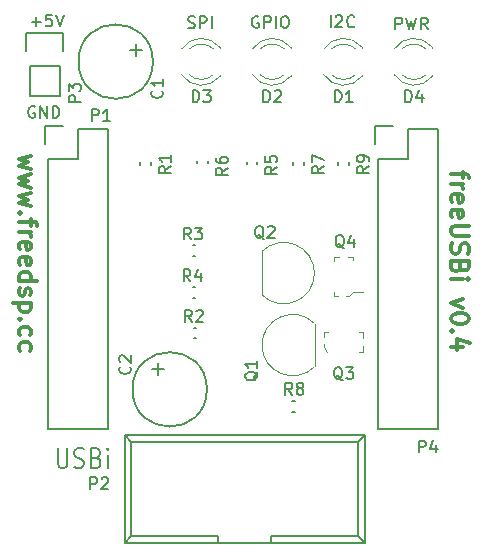
<source format=gto>
G04 #@! TF.GenerationSoftware,KiCad,Pcbnew,(5.1.0-0)*
G04 #@! TF.CreationDate,2019-05-11T20:48:41+09:00*
G04 #@! TF.ProjectId,USBi_Programmer,55534269-5f50-4726-9f67-72616d6d6572,rev?*
G04 #@! TF.SameCoordinates,Original*
G04 #@! TF.FileFunction,Legend,Top*
G04 #@! TF.FilePolarity,Positive*
%FSLAX46Y46*%
G04 Gerber Fmt 4.6, Leading zero omitted, Abs format (unit mm)*
G04 Created by KiCad (PCBNEW (5.1.0-0)) date 2019-05-11 20:48:41*
%MOMM*%
%LPD*%
G04 APERTURE LIST*
%ADD10C,0.200000*%
%ADD11C,0.300000*%
%ADD12C,0.120000*%
%ADD13C,0.150000*%
%ADD14C,0.100000*%
%ADD15O,1.900000X1.300000*%
%ADD16R,1.900000X1.300000*%
%ADD17C,1.901140*%
%ADD18O,2.127200X2.127200*%
%ADD19R,2.127200X2.127200*%
%ADD20R,2.432000X2.432000*%
%ADD21O,2.432000X2.432000*%
%ADD22R,0.740000X1.440000*%
%ADD23R,1.440000X0.740000*%
%ADD24C,4.100000*%
%ADD25C,2.200000*%
%ADD26R,2.200000X2.200000*%
%ADD27C,2.398980*%
%ADD28C,1.400000*%
%ADD29C,1.200000*%
%ADD30C,1.300000*%
G04 APERTURE END LIST*
D10*
X102362095Y-141613000D02*
X102266857Y-141565380D01*
X102124000Y-141565380D01*
X101981142Y-141613000D01*
X101885904Y-141708238D01*
X101838285Y-141803476D01*
X101790666Y-141993952D01*
X101790666Y-142136809D01*
X101838285Y-142327285D01*
X101885904Y-142422523D01*
X101981142Y-142517761D01*
X102124000Y-142565380D01*
X102219238Y-142565380D01*
X102362095Y-142517761D01*
X102409714Y-142470142D01*
X102409714Y-142136809D01*
X102219238Y-142136809D01*
X102838285Y-142565380D02*
X102838285Y-141565380D01*
X103409714Y-142565380D01*
X103409714Y-141565380D01*
X103885904Y-142565380D02*
X103885904Y-141565380D01*
X104124000Y-141565380D01*
X104266857Y-141613000D01*
X104362095Y-141708238D01*
X104409714Y-141803476D01*
X104457333Y-141993952D01*
X104457333Y-142136809D01*
X104409714Y-142327285D01*
X104362095Y-142422523D01*
X104266857Y-142517761D01*
X104124000Y-142565380D01*
X103885904Y-142565380D01*
X102092285Y-134437428D02*
X102854190Y-134437428D01*
X102473238Y-134818380D02*
X102473238Y-134056476D01*
X103806571Y-133818380D02*
X103330380Y-133818380D01*
X103282761Y-134294571D01*
X103330380Y-134246952D01*
X103425619Y-134199333D01*
X103663714Y-134199333D01*
X103758952Y-134246952D01*
X103806571Y-134294571D01*
X103854190Y-134389809D01*
X103854190Y-134627904D01*
X103806571Y-134723142D01*
X103758952Y-134770761D01*
X103663714Y-134818380D01*
X103425619Y-134818380D01*
X103330380Y-134770761D01*
X103282761Y-134723142D01*
X104139904Y-133818380D02*
X104473238Y-134818380D01*
X104806571Y-133818380D01*
D11*
X138624428Y-147114571D02*
X138624428Y-147686000D01*
X137624428Y-147328857D02*
X138910142Y-147328857D01*
X139053000Y-147400285D01*
X139124428Y-147543142D01*
X139124428Y-147686000D01*
X137624428Y-148186000D02*
X138624428Y-148186000D01*
X138338714Y-148186000D02*
X138481571Y-148257428D01*
X138553000Y-148328857D01*
X138624428Y-148471714D01*
X138624428Y-148614571D01*
X137695857Y-149686000D02*
X137624428Y-149543142D01*
X137624428Y-149257428D01*
X137695857Y-149114571D01*
X137838714Y-149043142D01*
X138410142Y-149043142D01*
X138553000Y-149114571D01*
X138624428Y-149257428D01*
X138624428Y-149543142D01*
X138553000Y-149686000D01*
X138410142Y-149757428D01*
X138267285Y-149757428D01*
X138124428Y-149043142D01*
X137695857Y-150971714D02*
X137624428Y-150828857D01*
X137624428Y-150543142D01*
X137695857Y-150400285D01*
X137838714Y-150328857D01*
X138410142Y-150328857D01*
X138553000Y-150400285D01*
X138624428Y-150543142D01*
X138624428Y-150828857D01*
X138553000Y-150971714D01*
X138410142Y-151043142D01*
X138267285Y-151043142D01*
X138124428Y-150328857D01*
X139124428Y-151686000D02*
X137910142Y-151686000D01*
X137767285Y-151757428D01*
X137695857Y-151828857D01*
X137624428Y-151971714D01*
X137624428Y-152257428D01*
X137695857Y-152400285D01*
X137767285Y-152471714D01*
X137910142Y-152543142D01*
X139124428Y-152543142D01*
X137695857Y-153186000D02*
X137624428Y-153400285D01*
X137624428Y-153757428D01*
X137695857Y-153900285D01*
X137767285Y-153971714D01*
X137910142Y-154043142D01*
X138053000Y-154043142D01*
X138195857Y-153971714D01*
X138267285Y-153900285D01*
X138338714Y-153757428D01*
X138410142Y-153471714D01*
X138481571Y-153328857D01*
X138553000Y-153257428D01*
X138695857Y-153186000D01*
X138838714Y-153186000D01*
X138981571Y-153257428D01*
X139053000Y-153328857D01*
X139124428Y-153471714D01*
X139124428Y-153828857D01*
X139053000Y-154043142D01*
X138410142Y-155186000D02*
X138338714Y-155400285D01*
X138267285Y-155471714D01*
X138124428Y-155543142D01*
X137910142Y-155543142D01*
X137767285Y-155471714D01*
X137695857Y-155400285D01*
X137624428Y-155257428D01*
X137624428Y-154686000D01*
X139124428Y-154686000D01*
X139124428Y-155186000D01*
X139053000Y-155328857D01*
X138981571Y-155400285D01*
X138838714Y-155471714D01*
X138695857Y-155471714D01*
X138553000Y-155400285D01*
X138481571Y-155328857D01*
X138410142Y-155186000D01*
X138410142Y-154686000D01*
X137624428Y-156186000D02*
X138624428Y-156186000D01*
X139124428Y-156186000D02*
X139053000Y-156114571D01*
X138981571Y-156186000D01*
X139053000Y-156257428D01*
X139124428Y-156186000D01*
X138981571Y-156186000D01*
X138624428Y-157900285D02*
X137624428Y-158257428D01*
X138624428Y-158614571D01*
X139124428Y-159471714D02*
X139124428Y-159614571D01*
X139053000Y-159757428D01*
X138981571Y-159828857D01*
X138838714Y-159900285D01*
X138553000Y-159971714D01*
X138195857Y-159971714D01*
X137910142Y-159900285D01*
X137767285Y-159828857D01*
X137695857Y-159757428D01*
X137624428Y-159614571D01*
X137624428Y-159471714D01*
X137695857Y-159328857D01*
X137767285Y-159257428D01*
X137910142Y-159186000D01*
X138195857Y-159114571D01*
X138553000Y-159114571D01*
X138838714Y-159186000D01*
X138981571Y-159257428D01*
X139053000Y-159328857D01*
X139124428Y-159471714D01*
X137767285Y-160614571D02*
X137695857Y-160686000D01*
X137624428Y-160614571D01*
X137695857Y-160543142D01*
X137767285Y-160614571D01*
X137624428Y-160614571D01*
X138624428Y-161971714D02*
X137624428Y-161971714D01*
X139195857Y-161614571D02*
X138124428Y-161257428D01*
X138124428Y-162186000D01*
X102048428Y-145765285D02*
X101048428Y-146051000D01*
X101762714Y-146336714D01*
X101048428Y-146622428D01*
X102048428Y-146908142D01*
X102048428Y-147336714D02*
X101048428Y-147622428D01*
X101762714Y-147908142D01*
X101048428Y-148193857D01*
X102048428Y-148479571D01*
X102048428Y-148908142D02*
X101048428Y-149193857D01*
X101762714Y-149479571D01*
X101048428Y-149765285D01*
X102048428Y-150051000D01*
X101191285Y-150622428D02*
X101119857Y-150693857D01*
X101048428Y-150622428D01*
X101119857Y-150551000D01*
X101191285Y-150622428D01*
X101048428Y-150622428D01*
X102048428Y-151122428D02*
X102048428Y-151693857D01*
X101048428Y-151336714D02*
X102334142Y-151336714D01*
X102477000Y-151408142D01*
X102548428Y-151551000D01*
X102548428Y-151693857D01*
X101048428Y-152193857D02*
X102048428Y-152193857D01*
X101762714Y-152193857D02*
X101905571Y-152265285D01*
X101977000Y-152336714D01*
X102048428Y-152479571D01*
X102048428Y-152622428D01*
X101119857Y-153693857D02*
X101048428Y-153551000D01*
X101048428Y-153265285D01*
X101119857Y-153122428D01*
X101262714Y-153051000D01*
X101834142Y-153051000D01*
X101977000Y-153122428D01*
X102048428Y-153265285D01*
X102048428Y-153551000D01*
X101977000Y-153693857D01*
X101834142Y-153765285D01*
X101691285Y-153765285D01*
X101548428Y-153051000D01*
X101119857Y-154979571D02*
X101048428Y-154836714D01*
X101048428Y-154551000D01*
X101119857Y-154408142D01*
X101262714Y-154336714D01*
X101834142Y-154336714D01*
X101977000Y-154408142D01*
X102048428Y-154551000D01*
X102048428Y-154836714D01*
X101977000Y-154979571D01*
X101834142Y-155051000D01*
X101691285Y-155051000D01*
X101548428Y-154336714D01*
X101048428Y-156336714D02*
X102548428Y-156336714D01*
X101119857Y-156336714D02*
X101048428Y-156193857D01*
X101048428Y-155908142D01*
X101119857Y-155765285D01*
X101191285Y-155693857D01*
X101334142Y-155622428D01*
X101762714Y-155622428D01*
X101905571Y-155693857D01*
X101977000Y-155765285D01*
X102048428Y-155908142D01*
X102048428Y-156193857D01*
X101977000Y-156336714D01*
X101119857Y-156979571D02*
X101048428Y-157122428D01*
X101048428Y-157408142D01*
X101119857Y-157551000D01*
X101262714Y-157622428D01*
X101334142Y-157622428D01*
X101477000Y-157551000D01*
X101548428Y-157408142D01*
X101548428Y-157193857D01*
X101619857Y-157051000D01*
X101762714Y-156979571D01*
X101834142Y-156979571D01*
X101977000Y-157051000D01*
X102048428Y-157193857D01*
X102048428Y-157408142D01*
X101977000Y-157551000D01*
X102048428Y-158265285D02*
X100548428Y-158265285D01*
X101977000Y-158265285D02*
X102048428Y-158408142D01*
X102048428Y-158693857D01*
X101977000Y-158836714D01*
X101905571Y-158908142D01*
X101762714Y-158979571D01*
X101334142Y-158979571D01*
X101191285Y-158908142D01*
X101119857Y-158836714D01*
X101048428Y-158693857D01*
X101048428Y-158408142D01*
X101119857Y-158265285D01*
X101191285Y-159622428D02*
X101119857Y-159693857D01*
X101048428Y-159622428D01*
X101119857Y-159551000D01*
X101191285Y-159622428D01*
X101048428Y-159622428D01*
X101119857Y-160979571D02*
X101048428Y-160836714D01*
X101048428Y-160551000D01*
X101119857Y-160408142D01*
X101191285Y-160336714D01*
X101334142Y-160265285D01*
X101762714Y-160265285D01*
X101905571Y-160336714D01*
X101977000Y-160408142D01*
X102048428Y-160551000D01*
X102048428Y-160836714D01*
X101977000Y-160979571D01*
X101119857Y-162265285D02*
X101048428Y-162122428D01*
X101048428Y-161836714D01*
X101119857Y-161693857D01*
X101191285Y-161622428D01*
X101334142Y-161551000D01*
X101762714Y-161551000D01*
X101905571Y-161622428D01*
X101977000Y-161693857D01*
X102048428Y-161836714D01*
X102048428Y-162122428D01*
X101977000Y-162265285D01*
D10*
X104326000Y-170519047D02*
X104326000Y-171895238D01*
X104392666Y-172057142D01*
X104459333Y-172138095D01*
X104592666Y-172219047D01*
X104859333Y-172219047D01*
X104992666Y-172138095D01*
X105059333Y-172057142D01*
X105126000Y-171895238D01*
X105126000Y-170519047D01*
X105726000Y-172138095D02*
X105926000Y-172219047D01*
X106259333Y-172219047D01*
X106392666Y-172138095D01*
X106459333Y-172057142D01*
X106526000Y-171895238D01*
X106526000Y-171733333D01*
X106459333Y-171571428D01*
X106392666Y-171490476D01*
X106259333Y-171409523D01*
X105992666Y-171328571D01*
X105859333Y-171247619D01*
X105792666Y-171166666D01*
X105726000Y-171004761D01*
X105726000Y-170842857D01*
X105792666Y-170680952D01*
X105859333Y-170600000D01*
X105992666Y-170519047D01*
X106326000Y-170519047D01*
X106526000Y-170600000D01*
X107592666Y-171328571D02*
X107792666Y-171409523D01*
X107859333Y-171490476D01*
X107926000Y-171652380D01*
X107926000Y-171895238D01*
X107859333Y-172057142D01*
X107792666Y-172138095D01*
X107659333Y-172219047D01*
X107126000Y-172219047D01*
X107126000Y-170519047D01*
X107592666Y-170519047D01*
X107726000Y-170600000D01*
X107792666Y-170680952D01*
X107859333Y-170842857D01*
X107859333Y-171004761D01*
X107792666Y-171166666D01*
X107726000Y-171247619D01*
X107592666Y-171328571D01*
X107126000Y-171328571D01*
X108526000Y-172219047D02*
X108526000Y-171085714D01*
X108526000Y-170519047D02*
X108459333Y-170600000D01*
X108526000Y-170680952D01*
X108592666Y-170600000D01*
X108526000Y-170519047D01*
X108526000Y-170680952D01*
X127420809Y-134881880D02*
X127420809Y-133881880D01*
X127849380Y-133977119D02*
X127897000Y-133929500D01*
X127992238Y-133881880D01*
X128230333Y-133881880D01*
X128325571Y-133929500D01*
X128373190Y-133977119D01*
X128420809Y-134072357D01*
X128420809Y-134167595D01*
X128373190Y-134310452D01*
X127801761Y-134881880D01*
X128420809Y-134881880D01*
X129420809Y-134786642D02*
X129373190Y-134834261D01*
X129230333Y-134881880D01*
X129135095Y-134881880D01*
X128992238Y-134834261D01*
X128897000Y-134739023D01*
X128849380Y-134643785D01*
X128801761Y-134453309D01*
X128801761Y-134310452D01*
X128849380Y-134119976D01*
X128897000Y-134024738D01*
X128992238Y-133929500D01*
X129135095Y-133881880D01*
X129230333Y-133881880D01*
X129373190Y-133929500D01*
X129420809Y-133977119D01*
X121301000Y-133993000D02*
X121205761Y-133945380D01*
X121062904Y-133945380D01*
X120920047Y-133993000D01*
X120824809Y-134088238D01*
X120777190Y-134183476D01*
X120729571Y-134373952D01*
X120729571Y-134516809D01*
X120777190Y-134707285D01*
X120824809Y-134802523D01*
X120920047Y-134897761D01*
X121062904Y-134945380D01*
X121158142Y-134945380D01*
X121301000Y-134897761D01*
X121348619Y-134850142D01*
X121348619Y-134516809D01*
X121158142Y-134516809D01*
X121777190Y-134945380D02*
X121777190Y-133945380D01*
X122158142Y-133945380D01*
X122253380Y-133993000D01*
X122301000Y-134040619D01*
X122348619Y-134135857D01*
X122348619Y-134278714D01*
X122301000Y-134373952D01*
X122253380Y-134421571D01*
X122158142Y-134469190D01*
X121777190Y-134469190D01*
X122777190Y-134945380D02*
X122777190Y-133945380D01*
X123443857Y-133945380D02*
X123634333Y-133945380D01*
X123729571Y-133993000D01*
X123824809Y-134088238D01*
X123872428Y-134278714D01*
X123872428Y-134612047D01*
X123824809Y-134802523D01*
X123729571Y-134897761D01*
X123634333Y-134945380D01*
X123443857Y-134945380D01*
X123348619Y-134897761D01*
X123253380Y-134802523D01*
X123205761Y-134612047D01*
X123205761Y-134278714D01*
X123253380Y-134088238D01*
X123348619Y-133993000D01*
X123443857Y-133945380D01*
X115338190Y-134915761D02*
X115481047Y-134963380D01*
X115719142Y-134963380D01*
X115814380Y-134915761D01*
X115862000Y-134868142D01*
X115909619Y-134772904D01*
X115909619Y-134677666D01*
X115862000Y-134582428D01*
X115814380Y-134534809D01*
X115719142Y-134487190D01*
X115528666Y-134439571D01*
X115433428Y-134391952D01*
X115385809Y-134344333D01*
X115338190Y-134249095D01*
X115338190Y-134153857D01*
X115385809Y-134058619D01*
X115433428Y-134011000D01*
X115528666Y-133963380D01*
X115766761Y-133963380D01*
X115909619Y-134011000D01*
X116338190Y-134963380D02*
X116338190Y-133963380D01*
X116719142Y-133963380D01*
X116814380Y-134011000D01*
X116862000Y-134058619D01*
X116909619Y-134153857D01*
X116909619Y-134296714D01*
X116862000Y-134391952D01*
X116814380Y-134439571D01*
X116719142Y-134487190D01*
X116338190Y-134487190D01*
X117338190Y-134963380D02*
X117338190Y-133963380D01*
X132905666Y-135072380D02*
X132905666Y-134072380D01*
X133286619Y-134072380D01*
X133381857Y-134120000D01*
X133429476Y-134167619D01*
X133477095Y-134262857D01*
X133477095Y-134405714D01*
X133429476Y-134500952D01*
X133381857Y-134548571D01*
X133286619Y-134596190D01*
X132905666Y-134596190D01*
X133810428Y-134072380D02*
X134048523Y-135072380D01*
X134239000Y-134358095D01*
X134429476Y-135072380D01*
X134667571Y-134072380D01*
X135619952Y-135072380D02*
X135286619Y-134596190D01*
X135048523Y-135072380D02*
X135048523Y-134072380D01*
X135429476Y-134072380D01*
X135524714Y-134120000D01*
X135572333Y-134167619D01*
X135619952Y-134262857D01*
X135619952Y-134405714D01*
X135572333Y-134500952D01*
X135524714Y-134548571D01*
X135429476Y-134596190D01*
X135048523Y-134596190D01*
D12*
X126056000Y-163598000D02*
X126056000Y-159998000D01*
X126044478Y-163636478D02*
G75*
G02X121606000Y-161798000I-1838478J1838478D01*
G01*
X126044478Y-159959522D02*
G75*
G03X121606000Y-161798000I-1838478J-1838478D01*
G01*
D13*
X110919260Y-136794240D02*
X110919260Y-137294620D01*
X110919260Y-136794240D02*
X111419640Y-136794240D01*
X110919260Y-136293860D02*
X110919260Y-136794240D01*
X110919260Y-136794240D02*
X110520480Y-136794240D01*
X110520480Y-136794240D02*
X110418880Y-136794240D01*
X112369600Y-137795000D02*
G75*
G03X112369600Y-137795000I-3149600J0D01*
G01*
X112791240Y-163844740D02*
X113291620Y-163844740D01*
X112791240Y-163844740D02*
X112791240Y-163344360D01*
X112290860Y-163844740D02*
X112791240Y-163844740D01*
X112791240Y-163844740D02*
X112791240Y-164243520D01*
X112791240Y-164243520D02*
X112791240Y-164345120D01*
X116941600Y-165544000D02*
G75*
G03X116941600Y-165544000I-3149600J0D01*
G01*
X103225000Y-143230000D02*
X103225000Y-144780000D01*
X106045000Y-146050000D02*
X103505000Y-146050000D01*
X106045000Y-143510000D02*
X106045000Y-146050000D01*
X104775000Y-143230000D02*
X103225000Y-143230000D01*
X108585000Y-143510000D02*
X106045000Y-143510000D01*
X108585000Y-168910000D02*
X103505000Y-168910000D01*
X103505000Y-146050000D02*
X103505000Y-168910000D01*
X108585000Y-168910000D02*
X108585000Y-143510000D01*
X104475000Y-138205000D02*
X104475000Y-140745000D01*
X104755000Y-135385000D02*
X104755000Y-136935000D01*
X104475000Y-138205000D02*
X101935000Y-138205000D01*
X101655000Y-136935000D02*
X101655000Y-135385000D01*
X101655000Y-135385000D02*
X104755000Y-135385000D01*
X101935000Y-138205000D02*
X101935000Y-140745000D01*
X101935000Y-140745000D02*
X104475000Y-140745000D01*
X136525000Y-168910000D02*
X136525000Y-143510000D01*
X131445000Y-146050000D02*
X131445000Y-168910000D01*
X136525000Y-168910000D02*
X131445000Y-168910000D01*
X136525000Y-143510000D02*
X133985000Y-143510000D01*
X132715000Y-143230000D02*
X131165000Y-143230000D01*
X133985000Y-143510000D02*
X133985000Y-146050000D01*
X133985000Y-146050000D02*
X131445000Y-146050000D01*
X131165000Y-143230000D02*
X131165000Y-144780000D01*
D14*
X126874000Y-160719000D02*
X127174000Y-160719000D01*
X126874000Y-161094000D02*
X126874000Y-160719000D01*
X130174000Y-160719000D02*
X130174000Y-161169000D01*
X129874000Y-160719000D02*
X130174000Y-160719000D01*
X129949000Y-160719000D02*
X129824000Y-160719000D01*
X130174000Y-162369000D02*
X129824000Y-162369000D01*
X130174000Y-161894000D02*
X130174000Y-162369000D01*
X127199000Y-162369000D02*
X127199000Y-163144000D01*
X127149000Y-162369000D02*
X127199000Y-162369000D01*
X126874000Y-161994000D02*
X127149000Y-162369000D01*
X126874000Y-161719000D02*
X126874000Y-161994000D01*
X128699000Y-157606000D02*
X128974000Y-157606000D01*
X128974000Y-157606000D02*
X129349000Y-157331000D01*
X129349000Y-157331000D02*
X129349000Y-157281000D01*
X129349000Y-157281000D02*
X130124000Y-157281000D01*
X128874000Y-154306000D02*
X129349000Y-154306000D01*
X129349000Y-154306000D02*
X129349000Y-154656000D01*
X127699000Y-154531000D02*
X127699000Y-154656000D01*
X127699000Y-154606000D02*
X127699000Y-154306000D01*
X127699000Y-154306000D02*
X128149000Y-154306000D01*
X128074000Y-157606000D02*
X127699000Y-157606000D01*
X127699000Y-157606000D02*
X127699000Y-157306000D01*
D12*
X121605522Y-157540478D02*
G75*
G03X126044000Y-155702000I1838478J1838478D01*
G01*
X121605522Y-153863522D02*
G75*
G02X126044000Y-155702000I1838478J-1838478D01*
G01*
X121594000Y-153902000D02*
X121594000Y-157502000D01*
X130069000Y-136731000D02*
X130069000Y-136575000D01*
X130069000Y-139047000D02*
X130069000Y-138891000D01*
X127467870Y-136731163D02*
G75*
G02X129549961Y-136731000I1041130J-1079837D01*
G01*
X127467870Y-138890837D02*
G75*
G03X129549961Y-138891000I1041130J1079837D01*
G01*
X126836665Y-136732392D02*
G75*
G02X130069000Y-136575484I1672335J-1078608D01*
G01*
X126836665Y-138889608D02*
G75*
G03X130069000Y-139046516I1672335J1078608D01*
G01*
X120796665Y-138889608D02*
G75*
G03X124029000Y-139046516I1672335J1078608D01*
G01*
X120796665Y-136732392D02*
G75*
G02X124029000Y-136575484I1672335J-1078608D01*
G01*
X121427870Y-138890837D02*
G75*
G03X123509961Y-138891000I1041130J1079837D01*
G01*
X121427870Y-136731163D02*
G75*
G02X123509961Y-136731000I1041130J-1079837D01*
G01*
X124029000Y-139047000D02*
X124029000Y-138891000D01*
X124029000Y-136731000D02*
X124029000Y-136575000D01*
X118029000Y-136731000D02*
X118029000Y-136575000D01*
X118029000Y-139047000D02*
X118029000Y-138891000D01*
X115427870Y-136731163D02*
G75*
G02X117509961Y-136731000I1041130J-1079837D01*
G01*
X115427870Y-138890837D02*
G75*
G03X117509961Y-138891000I1041130J1079837D01*
G01*
X114796665Y-136732392D02*
G75*
G02X118029000Y-136575484I1672335J-1078608D01*
G01*
X114796665Y-138889608D02*
G75*
G03X118029000Y-139046516I1672335J1078608D01*
G01*
X132796665Y-138889608D02*
G75*
G03X136029000Y-139046516I1672335J1078608D01*
G01*
X132796665Y-136732392D02*
G75*
G02X136029000Y-136575484I1672335J-1078608D01*
G01*
X133427870Y-138890837D02*
G75*
G03X135509961Y-138891000I1041130J1079837D01*
G01*
X133427870Y-136731163D02*
G75*
G02X135509961Y-136731000I1041130J-1079837D01*
G01*
X136029000Y-139047000D02*
X136029000Y-138891000D01*
X136029000Y-136731000D02*
X136029000Y-136575000D01*
D13*
X109982000Y-169440000D02*
X130302000Y-169440000D01*
X110522000Y-169990000D02*
X129742000Y-169990000D01*
X109982000Y-178540000D02*
X130302000Y-178540000D01*
X110522000Y-177990000D02*
X117892000Y-177990000D01*
X122392000Y-177990000D02*
X129742000Y-177990000D01*
X117892000Y-177990000D02*
X117892000Y-178540000D01*
X122392000Y-177990000D02*
X122392000Y-178540000D01*
X109982000Y-169440000D02*
X109982000Y-178540000D01*
X110522000Y-169990000D02*
X110522000Y-177990000D01*
X130302000Y-169440000D02*
X130302000Y-178540000D01*
X129742000Y-169990000D02*
X129742000Y-177990000D01*
X109982000Y-169440000D02*
X110522000Y-169990000D01*
X130302000Y-169440000D02*
X129742000Y-169990000D01*
X109982000Y-178540000D02*
X110522000Y-177990000D01*
X130302000Y-178540000D02*
X129742000Y-177990000D01*
X112207040Y-146431000D02*
X112207040Y-146530060D01*
X112207040Y-146431000D02*
X112207040Y-146331940D01*
X111312960Y-146431000D02*
X111312960Y-146331940D01*
X111312960Y-146530060D02*
X111312960Y-146431000D01*
X111312960Y-146431000D02*
X111312960Y-146530060D01*
X115951000Y-161229040D02*
X116050060Y-161229040D01*
X116050060Y-161229040D02*
X115951000Y-161229040D01*
X115951000Y-161229040D02*
X115851940Y-161229040D01*
X115951000Y-160334960D02*
X115851940Y-160334960D01*
X115951000Y-160334960D02*
X116050060Y-160334960D01*
X115824000Y-153349960D02*
X115724940Y-153349960D01*
X115724940Y-153349960D02*
X115824000Y-153349960D01*
X115824000Y-153349960D02*
X115923060Y-153349960D01*
X115824000Y-154244040D02*
X115923060Y-154244040D01*
X115824000Y-154244040D02*
X115724940Y-154244040D01*
X115840000Y-156905960D02*
X115939060Y-156905960D01*
X115840000Y-156905960D02*
X115740940Y-156905960D01*
X115840000Y-157800040D02*
X115740940Y-157800040D01*
X115939060Y-157800040D02*
X115840000Y-157800040D01*
X115840000Y-157800040D02*
X115939060Y-157800040D01*
X121224040Y-146368000D02*
X121224040Y-146467060D01*
X121224040Y-146368000D02*
X121224040Y-146268940D01*
X120329960Y-146368000D02*
X120329960Y-146268940D01*
X120329960Y-146467060D02*
X120329960Y-146368000D01*
X120329960Y-146368000D02*
X120329960Y-146467060D01*
X116138960Y-146304000D02*
X116138960Y-146403060D01*
X116138960Y-146403060D02*
X116138960Y-146304000D01*
X116138960Y-146304000D02*
X116138960Y-146204940D01*
X117033040Y-146304000D02*
X117033040Y-146204940D01*
X117033040Y-146304000D02*
X117033040Y-146403060D01*
X125161040Y-146431000D02*
X125161040Y-146530060D01*
X125161040Y-146431000D02*
X125161040Y-146331940D01*
X124266960Y-146431000D02*
X124266960Y-146331940D01*
X124266960Y-146530060D02*
X124266960Y-146431000D01*
X124266960Y-146431000D02*
X124266960Y-146530060D01*
X124270000Y-167452040D02*
X124170940Y-167452040D01*
X124270000Y-167452040D02*
X124369060Y-167452040D01*
X124270000Y-166557960D02*
X124369060Y-166557960D01*
X124170940Y-166557960D02*
X124270000Y-166557960D01*
X124270000Y-166557960D02*
X124170940Y-166557960D01*
X128076960Y-146431000D02*
X128076960Y-146530060D01*
X128076960Y-146530060D02*
X128076960Y-146431000D01*
X128076960Y-146431000D02*
X128076960Y-146331940D01*
X128971040Y-146431000D02*
X128971040Y-146331940D01*
X128971040Y-146431000D02*
X128971040Y-146530060D01*
X121261119Y-164052238D02*
X121213500Y-164147476D01*
X121118261Y-164242714D01*
X120975404Y-164385571D01*
X120927785Y-164480809D01*
X120927785Y-164576047D01*
X121165880Y-164528428D02*
X121118261Y-164623666D01*
X121023023Y-164718904D01*
X120832547Y-164766523D01*
X120499214Y-164766523D01*
X120308738Y-164718904D01*
X120213500Y-164623666D01*
X120165880Y-164528428D01*
X120165880Y-164337952D01*
X120213500Y-164242714D01*
X120308738Y-164147476D01*
X120499214Y-164099857D01*
X120832547Y-164099857D01*
X121023023Y-164147476D01*
X121118261Y-164242714D01*
X121165880Y-164337952D01*
X121165880Y-164528428D01*
X121165880Y-163147476D02*
X121165880Y-163718904D01*
X121165880Y-163433190D02*
X120165880Y-163433190D01*
X120308738Y-163528428D01*
X120403976Y-163623666D01*
X120451595Y-163718904D01*
X113133142Y-140247666D02*
X113180761Y-140295285D01*
X113228380Y-140438142D01*
X113228380Y-140533380D01*
X113180761Y-140676238D01*
X113085523Y-140771476D01*
X112990285Y-140819095D01*
X112799809Y-140866714D01*
X112656952Y-140866714D01*
X112466476Y-140819095D01*
X112371238Y-140771476D01*
X112276000Y-140676238D01*
X112228380Y-140533380D01*
X112228380Y-140438142D01*
X112276000Y-140295285D01*
X112323619Y-140247666D01*
X113228380Y-139295285D02*
X113228380Y-139866714D01*
X113228380Y-139581000D02*
X112228380Y-139581000D01*
X112371238Y-139676238D01*
X112466476Y-139771476D01*
X112514095Y-139866714D01*
X110402642Y-163615666D02*
X110450261Y-163663285D01*
X110497880Y-163806142D01*
X110497880Y-163901380D01*
X110450261Y-164044238D01*
X110355023Y-164139476D01*
X110259785Y-164187095D01*
X110069309Y-164234714D01*
X109926452Y-164234714D01*
X109735976Y-164187095D01*
X109640738Y-164139476D01*
X109545500Y-164044238D01*
X109497880Y-163901380D01*
X109497880Y-163806142D01*
X109545500Y-163663285D01*
X109593119Y-163615666D01*
X109593119Y-163234714D02*
X109545500Y-163187095D01*
X109497880Y-163091857D01*
X109497880Y-162853761D01*
X109545500Y-162758523D01*
X109593119Y-162710904D01*
X109688357Y-162663285D01*
X109783595Y-162663285D01*
X109926452Y-162710904D01*
X110497880Y-163282333D01*
X110497880Y-162663285D01*
X107211904Y-142819380D02*
X107211904Y-141819380D01*
X107592857Y-141819380D01*
X107688095Y-141867000D01*
X107735714Y-141914619D01*
X107783333Y-142009857D01*
X107783333Y-142152714D01*
X107735714Y-142247952D01*
X107688095Y-142295571D01*
X107592857Y-142343190D01*
X107211904Y-142343190D01*
X108735714Y-142819380D02*
X108164285Y-142819380D01*
X108450000Y-142819380D02*
X108450000Y-141819380D01*
X108354761Y-141962238D01*
X108259523Y-142057476D01*
X108164285Y-142105095D01*
X106243380Y-141200095D02*
X105243380Y-141200095D01*
X105243380Y-140819142D01*
X105291000Y-140723904D01*
X105338619Y-140676285D01*
X105433857Y-140628666D01*
X105576714Y-140628666D01*
X105671952Y-140676285D01*
X105719571Y-140723904D01*
X105767190Y-140819142D01*
X105767190Y-141200095D01*
X105243380Y-140295333D02*
X105243380Y-139676285D01*
X105624333Y-140009619D01*
X105624333Y-139866761D01*
X105671952Y-139771523D01*
X105719571Y-139723904D01*
X105814809Y-139676285D01*
X106052904Y-139676285D01*
X106148142Y-139723904D01*
X106195761Y-139771523D01*
X106243380Y-139866761D01*
X106243380Y-140152476D01*
X106195761Y-140247714D01*
X106148142Y-140295333D01*
X134897904Y-170886380D02*
X134897904Y-169886380D01*
X135278857Y-169886380D01*
X135374095Y-169934000D01*
X135421714Y-169981619D01*
X135469333Y-170076857D01*
X135469333Y-170219714D01*
X135421714Y-170314952D01*
X135374095Y-170362571D01*
X135278857Y-170410190D01*
X134897904Y-170410190D01*
X136326476Y-170219714D02*
X136326476Y-170886380D01*
X136088380Y-169838761D02*
X135850285Y-170553047D01*
X136469333Y-170553047D01*
X128428761Y-164758619D02*
X128333523Y-164711000D01*
X128238285Y-164615761D01*
X128095428Y-164472904D01*
X128000190Y-164425285D01*
X127904952Y-164425285D01*
X127952571Y-164663380D02*
X127857333Y-164615761D01*
X127762095Y-164520523D01*
X127714476Y-164330047D01*
X127714476Y-163996714D01*
X127762095Y-163806238D01*
X127857333Y-163711000D01*
X127952571Y-163663380D01*
X128143047Y-163663380D01*
X128238285Y-163711000D01*
X128333523Y-163806238D01*
X128381142Y-163996714D01*
X128381142Y-164330047D01*
X128333523Y-164520523D01*
X128238285Y-164615761D01*
X128143047Y-164663380D01*
X127952571Y-164663380D01*
X128714476Y-163663380D02*
X129333523Y-163663380D01*
X129000190Y-164044333D01*
X129143047Y-164044333D01*
X129238285Y-164091952D01*
X129285904Y-164139571D01*
X129333523Y-164234809D01*
X129333523Y-164472904D01*
X129285904Y-164568142D01*
X129238285Y-164615761D01*
X129143047Y-164663380D01*
X128857333Y-164663380D01*
X128762095Y-164615761D01*
X128714476Y-164568142D01*
X128555761Y-153582619D02*
X128460523Y-153535000D01*
X128365285Y-153439761D01*
X128222428Y-153296904D01*
X128127190Y-153249285D01*
X128031952Y-153249285D01*
X128079571Y-153487380D02*
X127984333Y-153439761D01*
X127889095Y-153344523D01*
X127841476Y-153154047D01*
X127841476Y-152820714D01*
X127889095Y-152630238D01*
X127984333Y-152535000D01*
X128079571Y-152487380D01*
X128270047Y-152487380D01*
X128365285Y-152535000D01*
X128460523Y-152630238D01*
X128508142Y-152820714D01*
X128508142Y-153154047D01*
X128460523Y-153344523D01*
X128365285Y-153439761D01*
X128270047Y-153487380D01*
X128079571Y-153487380D01*
X129365285Y-152820714D02*
X129365285Y-153487380D01*
X129127190Y-152439761D02*
X128889095Y-153154047D01*
X129508142Y-153154047D01*
X121761261Y-152820619D02*
X121666023Y-152773000D01*
X121570785Y-152677761D01*
X121427928Y-152534904D01*
X121332690Y-152487285D01*
X121237452Y-152487285D01*
X121285071Y-152725380D02*
X121189833Y-152677761D01*
X121094595Y-152582523D01*
X121046976Y-152392047D01*
X121046976Y-152058714D01*
X121094595Y-151868238D01*
X121189833Y-151773000D01*
X121285071Y-151725380D01*
X121475547Y-151725380D01*
X121570785Y-151773000D01*
X121666023Y-151868238D01*
X121713642Y-152058714D01*
X121713642Y-152392047D01*
X121666023Y-152582523D01*
X121570785Y-152677761D01*
X121475547Y-152725380D01*
X121285071Y-152725380D01*
X122094595Y-151820619D02*
X122142214Y-151773000D01*
X122237452Y-151725380D01*
X122475547Y-151725380D01*
X122570785Y-151773000D01*
X122618404Y-151820619D01*
X122666023Y-151915857D01*
X122666023Y-152011095D01*
X122618404Y-152153952D01*
X122046976Y-152725380D01*
X122666023Y-152725380D01*
X127770904Y-141223380D02*
X127770904Y-140223380D01*
X128009000Y-140223380D01*
X128151857Y-140271000D01*
X128247095Y-140366238D01*
X128294714Y-140461476D01*
X128342333Y-140651952D01*
X128342333Y-140794809D01*
X128294714Y-140985285D01*
X128247095Y-141080523D01*
X128151857Y-141175761D01*
X128009000Y-141223380D01*
X127770904Y-141223380D01*
X129294714Y-141223380D02*
X128723285Y-141223380D01*
X129009000Y-141223380D02*
X129009000Y-140223380D01*
X128913761Y-140366238D01*
X128818523Y-140461476D01*
X128723285Y-140509095D01*
X121730904Y-141223380D02*
X121730904Y-140223380D01*
X121969000Y-140223380D01*
X122111857Y-140271000D01*
X122207095Y-140366238D01*
X122254714Y-140461476D01*
X122302333Y-140651952D01*
X122302333Y-140794809D01*
X122254714Y-140985285D01*
X122207095Y-141080523D01*
X122111857Y-141175761D01*
X121969000Y-141223380D01*
X121730904Y-141223380D01*
X122683285Y-140318619D02*
X122730904Y-140271000D01*
X122826142Y-140223380D01*
X123064238Y-140223380D01*
X123159476Y-140271000D01*
X123207095Y-140318619D01*
X123254714Y-140413857D01*
X123254714Y-140509095D01*
X123207095Y-140651952D01*
X122635666Y-141223380D01*
X123254714Y-141223380D01*
X115730904Y-141223380D02*
X115730904Y-140223380D01*
X115969000Y-140223380D01*
X116111857Y-140271000D01*
X116207095Y-140366238D01*
X116254714Y-140461476D01*
X116302333Y-140651952D01*
X116302333Y-140794809D01*
X116254714Y-140985285D01*
X116207095Y-141080523D01*
X116111857Y-141175761D01*
X115969000Y-141223380D01*
X115730904Y-141223380D01*
X116635666Y-140223380D02*
X117254714Y-140223380D01*
X116921380Y-140604333D01*
X117064238Y-140604333D01*
X117159476Y-140651952D01*
X117207095Y-140699571D01*
X117254714Y-140794809D01*
X117254714Y-141032904D01*
X117207095Y-141128142D01*
X117159476Y-141175761D01*
X117064238Y-141223380D01*
X116778523Y-141223380D01*
X116683285Y-141175761D01*
X116635666Y-141128142D01*
X133730904Y-141223380D02*
X133730904Y-140223380D01*
X133969000Y-140223380D01*
X134111857Y-140271000D01*
X134207095Y-140366238D01*
X134254714Y-140461476D01*
X134302333Y-140651952D01*
X134302333Y-140794809D01*
X134254714Y-140985285D01*
X134207095Y-141080523D01*
X134111857Y-141175761D01*
X133969000Y-141223380D01*
X133730904Y-141223380D01*
X135159476Y-140556714D02*
X135159476Y-141223380D01*
X134921380Y-140175761D02*
X134683285Y-140890047D01*
X135302333Y-140890047D01*
X107084904Y-173997880D02*
X107084904Y-172997880D01*
X107465857Y-172997880D01*
X107561095Y-173045500D01*
X107608714Y-173093119D01*
X107656333Y-173188357D01*
X107656333Y-173331214D01*
X107608714Y-173426452D01*
X107561095Y-173474071D01*
X107465857Y-173521690D01*
X107084904Y-173521690D01*
X108037285Y-173093119D02*
X108084904Y-173045500D01*
X108180142Y-172997880D01*
X108418238Y-172997880D01*
X108513476Y-173045500D01*
X108561095Y-173093119D01*
X108608714Y-173188357D01*
X108608714Y-173283595D01*
X108561095Y-173426452D01*
X107989666Y-173997880D01*
X108608714Y-173997880D01*
X113863380Y-146661166D02*
X113387190Y-146994500D01*
X113863380Y-147232595D02*
X112863380Y-147232595D01*
X112863380Y-146851642D01*
X112911000Y-146756404D01*
X112958619Y-146708785D01*
X113053857Y-146661166D01*
X113196714Y-146661166D01*
X113291952Y-146708785D01*
X113339571Y-146756404D01*
X113387190Y-146851642D01*
X113387190Y-147232595D01*
X113863380Y-145708785D02*
X113863380Y-146280214D01*
X113863380Y-145994500D02*
X112863380Y-145994500D01*
X113006238Y-146089738D01*
X113101476Y-146184976D01*
X113149095Y-146280214D01*
X115657333Y-159837380D02*
X115324000Y-159361190D01*
X115085904Y-159837380D02*
X115085904Y-158837380D01*
X115466857Y-158837380D01*
X115562095Y-158885000D01*
X115609714Y-158932619D01*
X115657333Y-159027857D01*
X115657333Y-159170714D01*
X115609714Y-159265952D01*
X115562095Y-159313571D01*
X115466857Y-159361190D01*
X115085904Y-159361190D01*
X116038285Y-158932619D02*
X116085904Y-158885000D01*
X116181142Y-158837380D01*
X116419238Y-158837380D01*
X116514476Y-158885000D01*
X116562095Y-158932619D01*
X116609714Y-159027857D01*
X116609714Y-159123095D01*
X116562095Y-159265952D01*
X115990666Y-159837380D01*
X116609714Y-159837380D01*
X115593833Y-152852380D02*
X115260500Y-152376190D01*
X115022404Y-152852380D02*
X115022404Y-151852380D01*
X115403357Y-151852380D01*
X115498595Y-151900000D01*
X115546214Y-151947619D01*
X115593833Y-152042857D01*
X115593833Y-152185714D01*
X115546214Y-152280952D01*
X115498595Y-152328571D01*
X115403357Y-152376190D01*
X115022404Y-152376190D01*
X115927166Y-151852380D02*
X116546214Y-151852380D01*
X116212880Y-152233333D01*
X116355738Y-152233333D01*
X116450976Y-152280952D01*
X116498595Y-152328571D01*
X116546214Y-152423809D01*
X116546214Y-152661904D01*
X116498595Y-152757142D01*
X116450976Y-152804761D01*
X116355738Y-152852380D01*
X116070023Y-152852380D01*
X115974785Y-152804761D01*
X115927166Y-152757142D01*
X115546333Y-156393380D02*
X115213000Y-155917190D01*
X114974904Y-156393380D02*
X114974904Y-155393380D01*
X115355857Y-155393380D01*
X115451095Y-155441000D01*
X115498714Y-155488619D01*
X115546333Y-155583857D01*
X115546333Y-155726714D01*
X115498714Y-155821952D01*
X115451095Y-155869571D01*
X115355857Y-155917190D01*
X114974904Y-155917190D01*
X116403476Y-155726714D02*
X116403476Y-156393380D01*
X116165380Y-155345761D02*
X115927285Y-156060047D01*
X116546333Y-156060047D01*
X122880380Y-146700166D02*
X122404190Y-147033500D01*
X122880380Y-147271595D02*
X121880380Y-147271595D01*
X121880380Y-146890642D01*
X121928000Y-146795404D01*
X121975619Y-146747785D01*
X122070857Y-146700166D01*
X122213714Y-146700166D01*
X122308952Y-146747785D01*
X122356571Y-146795404D01*
X122404190Y-146890642D01*
X122404190Y-147271595D01*
X121880380Y-145795404D02*
X121880380Y-146271595D01*
X122356571Y-146319214D01*
X122308952Y-146271595D01*
X122261333Y-146176357D01*
X122261333Y-145938261D01*
X122308952Y-145843023D01*
X122356571Y-145795404D01*
X122451809Y-145747785D01*
X122689904Y-145747785D01*
X122785142Y-145795404D01*
X122832761Y-145843023D01*
X122880380Y-145938261D01*
X122880380Y-146176357D01*
X122832761Y-146271595D01*
X122785142Y-146319214D01*
X118689380Y-146788166D02*
X118213190Y-147121500D01*
X118689380Y-147359595D02*
X117689380Y-147359595D01*
X117689380Y-146978642D01*
X117737000Y-146883404D01*
X117784619Y-146835785D01*
X117879857Y-146788166D01*
X118022714Y-146788166D01*
X118117952Y-146835785D01*
X118165571Y-146883404D01*
X118213190Y-146978642D01*
X118213190Y-147359595D01*
X117689380Y-145931023D02*
X117689380Y-146121500D01*
X117737000Y-146216738D01*
X117784619Y-146264357D01*
X117927476Y-146359595D01*
X118117952Y-146407214D01*
X118498904Y-146407214D01*
X118594142Y-146359595D01*
X118641761Y-146311976D01*
X118689380Y-146216738D01*
X118689380Y-146026261D01*
X118641761Y-145931023D01*
X118594142Y-145883404D01*
X118498904Y-145835785D01*
X118260809Y-145835785D01*
X118165571Y-145883404D01*
X118117952Y-145931023D01*
X118070333Y-146026261D01*
X118070333Y-146216738D01*
X118117952Y-146311976D01*
X118165571Y-146359595D01*
X118260809Y-146407214D01*
X126817380Y-146661166D02*
X126341190Y-146994500D01*
X126817380Y-147232595D02*
X125817380Y-147232595D01*
X125817380Y-146851642D01*
X125865000Y-146756404D01*
X125912619Y-146708785D01*
X126007857Y-146661166D01*
X126150714Y-146661166D01*
X126245952Y-146708785D01*
X126293571Y-146756404D01*
X126341190Y-146851642D01*
X126341190Y-147232595D01*
X125817380Y-146327833D02*
X125817380Y-145661166D01*
X126817380Y-146089738D01*
X124166833Y-165996880D02*
X123833500Y-165520690D01*
X123595404Y-165996880D02*
X123595404Y-164996880D01*
X123976357Y-164996880D01*
X124071595Y-165044500D01*
X124119214Y-165092119D01*
X124166833Y-165187357D01*
X124166833Y-165330214D01*
X124119214Y-165425452D01*
X124071595Y-165473071D01*
X123976357Y-165520690D01*
X123595404Y-165520690D01*
X124738261Y-165425452D02*
X124643023Y-165377833D01*
X124595404Y-165330214D01*
X124547785Y-165234976D01*
X124547785Y-165187357D01*
X124595404Y-165092119D01*
X124643023Y-165044500D01*
X124738261Y-164996880D01*
X124928738Y-164996880D01*
X125023976Y-165044500D01*
X125071595Y-165092119D01*
X125119214Y-165187357D01*
X125119214Y-165234976D01*
X125071595Y-165330214D01*
X125023976Y-165377833D01*
X124928738Y-165425452D01*
X124738261Y-165425452D01*
X124643023Y-165473071D01*
X124595404Y-165520690D01*
X124547785Y-165615928D01*
X124547785Y-165806404D01*
X124595404Y-165901642D01*
X124643023Y-165949261D01*
X124738261Y-165996880D01*
X124928738Y-165996880D01*
X125023976Y-165949261D01*
X125071595Y-165901642D01*
X125119214Y-165806404D01*
X125119214Y-165615928D01*
X125071595Y-165520690D01*
X125023976Y-165473071D01*
X124928738Y-165425452D01*
X130627380Y-146661166D02*
X130151190Y-146994500D01*
X130627380Y-147232595D02*
X129627380Y-147232595D01*
X129627380Y-146851642D01*
X129675000Y-146756404D01*
X129722619Y-146708785D01*
X129817857Y-146661166D01*
X129960714Y-146661166D01*
X130055952Y-146708785D01*
X130103571Y-146756404D01*
X130151190Y-146851642D01*
X130151190Y-147232595D01*
X130627380Y-146184976D02*
X130627380Y-145994500D01*
X130579761Y-145899261D01*
X130532142Y-145851642D01*
X130389285Y-145756404D01*
X130198809Y-145708785D01*
X129817857Y-145708785D01*
X129722619Y-145756404D01*
X129675000Y-145804023D01*
X129627380Y-145899261D01*
X129627380Y-146089738D01*
X129675000Y-146184976D01*
X129722619Y-146232595D01*
X129817857Y-146280214D01*
X130055952Y-146280214D01*
X130151190Y-146232595D01*
X130198809Y-146184976D01*
X130246428Y-146089738D01*
X130246428Y-145899261D01*
X130198809Y-145804023D01*
X130151190Y-145756404D01*
X130055952Y-145708785D01*
%LPC*%
D15*
X124206000Y-161798000D03*
X124206000Y-160528000D03*
D16*
X124206000Y-163068000D03*
D17*
X109220000Y-139065000D03*
X109220000Y-136525000D03*
X115062000Y-165544000D03*
X112522000Y-165544000D03*
D18*
X107315000Y-167640000D03*
X104775000Y-167640000D03*
X107315000Y-165100000D03*
X104775000Y-165100000D03*
X107315000Y-162560000D03*
X104775000Y-162560000D03*
X107315000Y-160020000D03*
X104775000Y-160020000D03*
X107315000Y-157480000D03*
X104775000Y-157480000D03*
X107315000Y-154940000D03*
X104775000Y-154940000D03*
X107315000Y-152400000D03*
X104775000Y-152400000D03*
X107315000Y-149860000D03*
X104775000Y-149860000D03*
X107315000Y-147320000D03*
X104775000Y-147320000D03*
X107315000Y-144780000D03*
D19*
X104775000Y-144780000D03*
D20*
X103205000Y-136935000D03*
D21*
X103205000Y-139475000D03*
D19*
X132715000Y-144780000D03*
D18*
X135255000Y-144780000D03*
X132715000Y-147320000D03*
X135255000Y-147320000D03*
X132715000Y-149860000D03*
X135255000Y-149860000D03*
X132715000Y-152400000D03*
X135255000Y-152400000D03*
X132715000Y-154940000D03*
X135255000Y-154940000D03*
X132715000Y-157480000D03*
X135255000Y-157480000D03*
X132715000Y-160020000D03*
X135255000Y-160020000D03*
X132715000Y-162560000D03*
X135255000Y-162560000D03*
X132715000Y-165100000D03*
X135255000Y-165100000D03*
X132715000Y-167640000D03*
X135255000Y-167640000D03*
D22*
X127574000Y-162594000D03*
X129474000Y-162594000D03*
X128524000Y-160494000D03*
D23*
X127474000Y-155956000D03*
X129574000Y-155006000D03*
X129574000Y-156906000D03*
D16*
X123444000Y-154432000D03*
D15*
X123444000Y-156972000D03*
X123444000Y-155702000D03*
D24*
X103759000Y-176530000D03*
X136271000Y-176530000D03*
D25*
X127239000Y-137811000D03*
D26*
X129779000Y-137811000D03*
X123739000Y-137811000D03*
D25*
X121199000Y-137811000D03*
X115199000Y-137811000D03*
D26*
X117739000Y-137811000D03*
X135739000Y-137811000D03*
D25*
X133199000Y-137811000D03*
D19*
X115062000Y-175260000D03*
D18*
X115062000Y-172720000D03*
X117602000Y-175260000D03*
X117602000Y-172720000D03*
X120142000Y-175260000D03*
X120142000Y-172720000D03*
X122682000Y-175260000D03*
X122682000Y-172720000D03*
X125222000Y-175260000D03*
X125222000Y-172720000D03*
D13*
G36*
X112418530Y-148984398D02*
G01*
X112476749Y-148993034D01*
X112533842Y-149007335D01*
X112589257Y-149027163D01*
X112642463Y-149052327D01*
X112692945Y-149082585D01*
X112740219Y-149117646D01*
X112783829Y-149157171D01*
X112823354Y-149200781D01*
X112858415Y-149248055D01*
X112888673Y-149298537D01*
X112913837Y-149351743D01*
X112933665Y-149407158D01*
X112947966Y-149464251D01*
X112956602Y-149522470D01*
X112959490Y-149581255D01*
X112959490Y-150780745D01*
X112956602Y-150839530D01*
X112947966Y-150897749D01*
X112933665Y-150954842D01*
X112913837Y-151010257D01*
X112888673Y-151063463D01*
X112858415Y-151113945D01*
X112823354Y-151161219D01*
X112783829Y-151204829D01*
X112740219Y-151244354D01*
X112692945Y-151279415D01*
X112642463Y-151309673D01*
X112589257Y-151334837D01*
X112533842Y-151354665D01*
X112476749Y-151368966D01*
X112418530Y-151377602D01*
X112359745Y-151380490D01*
X111160255Y-151380490D01*
X111101470Y-151377602D01*
X111043251Y-151368966D01*
X110986158Y-151354665D01*
X110930743Y-151334837D01*
X110877537Y-151309673D01*
X110827055Y-151279415D01*
X110779781Y-151244354D01*
X110736171Y-151204829D01*
X110696646Y-151161219D01*
X110661585Y-151113945D01*
X110631327Y-151063463D01*
X110606163Y-151010257D01*
X110586335Y-150954842D01*
X110572034Y-150897749D01*
X110563398Y-150839530D01*
X110560510Y-150780745D01*
X110560510Y-149581255D01*
X110563398Y-149522470D01*
X110572034Y-149464251D01*
X110586335Y-149407158D01*
X110606163Y-149351743D01*
X110631327Y-149298537D01*
X110661585Y-149248055D01*
X110696646Y-149200781D01*
X110736171Y-149157171D01*
X110779781Y-149117646D01*
X110827055Y-149082585D01*
X110877537Y-149052327D01*
X110930743Y-149027163D01*
X110986158Y-149007335D01*
X111043251Y-148993034D01*
X111101470Y-148984398D01*
X111160255Y-148981510D01*
X112359745Y-148981510D01*
X112418530Y-148984398D01*
X112418530Y-148984398D01*
G37*
D27*
X111760000Y-150181000D03*
D13*
G36*
X112418530Y-141484398D02*
G01*
X112476749Y-141493034D01*
X112533842Y-141507335D01*
X112589257Y-141527163D01*
X112642463Y-141552327D01*
X112692945Y-141582585D01*
X112740219Y-141617646D01*
X112783829Y-141657171D01*
X112823354Y-141700781D01*
X112858415Y-141748055D01*
X112888673Y-141798537D01*
X112913837Y-141851743D01*
X112933665Y-141907158D01*
X112947966Y-141964251D01*
X112956602Y-142022470D01*
X112959490Y-142081255D01*
X112959490Y-143280745D01*
X112956602Y-143339530D01*
X112947966Y-143397749D01*
X112933665Y-143454842D01*
X112913837Y-143510257D01*
X112888673Y-143563463D01*
X112858415Y-143613945D01*
X112823354Y-143661219D01*
X112783829Y-143704829D01*
X112740219Y-143744354D01*
X112692945Y-143779415D01*
X112642463Y-143809673D01*
X112589257Y-143834837D01*
X112533842Y-143854665D01*
X112476749Y-143868966D01*
X112418530Y-143877602D01*
X112359745Y-143880490D01*
X111160255Y-143880490D01*
X111101470Y-143877602D01*
X111043251Y-143868966D01*
X110986158Y-143854665D01*
X110930743Y-143834837D01*
X110877537Y-143809673D01*
X110827055Y-143779415D01*
X110779781Y-143744354D01*
X110736171Y-143704829D01*
X110696646Y-143661219D01*
X110661585Y-143613945D01*
X110631327Y-143563463D01*
X110606163Y-143510257D01*
X110586335Y-143454842D01*
X110572034Y-143397749D01*
X110563398Y-143339530D01*
X110560510Y-143280745D01*
X110560510Y-142081255D01*
X110563398Y-142022470D01*
X110572034Y-141964251D01*
X110586335Y-141907158D01*
X110606163Y-141851743D01*
X110631327Y-141798537D01*
X110661585Y-141748055D01*
X110696646Y-141700781D01*
X110736171Y-141657171D01*
X110779781Y-141617646D01*
X110827055Y-141582585D01*
X110877537Y-141552327D01*
X110930743Y-141527163D01*
X110986158Y-141507335D01*
X111043251Y-141493034D01*
X111101470Y-141484398D01*
X111160255Y-141481510D01*
X112359745Y-141481510D01*
X112418530Y-141484398D01*
X112418530Y-141484398D01*
G37*
D27*
X111760000Y-142681000D03*
D28*
X111760000Y-147431000D03*
D13*
G36*
X112855407Y-148131000D02*
G01*
X110664593Y-148131000D01*
X111224593Y-146731000D01*
X112295407Y-146731000D01*
X112855407Y-148131000D01*
X112855407Y-148131000D01*
G37*
D28*
X111760000Y-145431000D03*
D13*
G36*
X110664593Y-144731000D02*
G01*
X112855407Y-144731000D01*
X112295407Y-146131000D01*
X111224593Y-146131000D01*
X110664593Y-144731000D01*
X110664593Y-144731000D01*
G37*
G36*
X112489405Y-144082445D02*
G01*
X112518527Y-144086764D01*
X112547085Y-144093918D01*
X112574805Y-144103836D01*
X112601419Y-144116424D01*
X112626671Y-144131559D01*
X112650318Y-144149097D01*
X112672132Y-144168868D01*
X112691903Y-144190682D01*
X112709441Y-144214329D01*
X112724576Y-144239581D01*
X112737164Y-144266195D01*
X112747082Y-144293915D01*
X112754236Y-144322473D01*
X112758555Y-144351595D01*
X112760000Y-144381000D01*
X112760000Y-144981000D01*
X112758555Y-145010405D01*
X112754236Y-145039527D01*
X112747082Y-145068085D01*
X112737164Y-145095805D01*
X112724576Y-145122419D01*
X112709441Y-145147671D01*
X112691903Y-145171318D01*
X112672132Y-145193132D01*
X112650318Y-145212903D01*
X112626671Y-145230441D01*
X112601419Y-145245576D01*
X112574805Y-145258164D01*
X112547085Y-145268082D01*
X112518527Y-145275236D01*
X112489405Y-145279555D01*
X112460000Y-145281000D01*
X111060000Y-145281000D01*
X111030595Y-145279555D01*
X111001473Y-145275236D01*
X110972915Y-145268082D01*
X110945195Y-145258164D01*
X110918581Y-145245576D01*
X110893329Y-145230441D01*
X110869682Y-145212903D01*
X110847868Y-145193132D01*
X110828097Y-145171318D01*
X110810559Y-145147671D01*
X110795424Y-145122419D01*
X110782836Y-145095805D01*
X110772918Y-145068085D01*
X110765764Y-145039527D01*
X110761445Y-145010405D01*
X110760000Y-144981000D01*
X110760000Y-144381000D01*
X110761445Y-144351595D01*
X110765764Y-144322473D01*
X110772918Y-144293915D01*
X110782836Y-144266195D01*
X110795424Y-144239581D01*
X110810559Y-144214329D01*
X110828097Y-144190682D01*
X110847868Y-144168868D01*
X110869682Y-144149097D01*
X110893329Y-144131559D01*
X110918581Y-144116424D01*
X110945195Y-144103836D01*
X110972915Y-144093918D01*
X111001473Y-144086764D01*
X111030595Y-144082445D01*
X111060000Y-144081000D01*
X112460000Y-144081000D01*
X112489405Y-144082445D01*
X112489405Y-144082445D01*
G37*
D29*
X111760000Y-144681000D03*
D13*
G36*
X112466856Y-147532565D02*
G01*
X112498404Y-147537245D01*
X112529343Y-147544994D01*
X112559372Y-147555739D01*
X112588204Y-147569376D01*
X112615560Y-147585772D01*
X112641178Y-147604772D01*
X112664810Y-147626190D01*
X112686228Y-147649822D01*
X112705228Y-147675440D01*
X112721624Y-147702796D01*
X112735261Y-147731628D01*
X112746006Y-147761657D01*
X112753755Y-147792596D01*
X112758435Y-147824144D01*
X112760000Y-147856000D01*
X112760000Y-148506000D01*
X112758435Y-148537856D01*
X112753755Y-148569404D01*
X112746006Y-148600343D01*
X112735261Y-148630372D01*
X112721624Y-148659204D01*
X112705228Y-148686560D01*
X112686228Y-148712178D01*
X112664810Y-148735810D01*
X112641178Y-148757228D01*
X112615560Y-148776228D01*
X112588204Y-148792624D01*
X112559372Y-148806261D01*
X112529343Y-148817006D01*
X112498404Y-148824755D01*
X112466856Y-148829435D01*
X112435000Y-148831000D01*
X111085000Y-148831000D01*
X111053144Y-148829435D01*
X111021596Y-148824755D01*
X110990657Y-148817006D01*
X110960628Y-148806261D01*
X110931796Y-148792624D01*
X110904440Y-148776228D01*
X110878822Y-148757228D01*
X110855190Y-148735810D01*
X110833772Y-148712178D01*
X110814772Y-148686560D01*
X110798376Y-148659204D01*
X110784739Y-148630372D01*
X110773994Y-148600343D01*
X110766245Y-148569404D01*
X110761565Y-148537856D01*
X110760000Y-148506000D01*
X110760000Y-147856000D01*
X110761565Y-147824144D01*
X110766245Y-147792596D01*
X110773994Y-147761657D01*
X110784739Y-147731628D01*
X110798376Y-147702796D01*
X110814772Y-147675440D01*
X110833772Y-147649822D01*
X110855190Y-147626190D01*
X110878822Y-147604772D01*
X110904440Y-147585772D01*
X110931796Y-147569376D01*
X110960628Y-147555739D01*
X110990657Y-147544994D01*
X111021596Y-147537245D01*
X111053144Y-147532565D01*
X111085000Y-147531000D01*
X112435000Y-147531000D01*
X112466856Y-147532565D01*
X112466856Y-147532565D01*
G37*
D30*
X111760000Y-148181000D03*
D13*
G36*
X118057856Y-159783565D02*
G01*
X118089404Y-159788245D01*
X118120343Y-159795994D01*
X118150372Y-159806739D01*
X118179204Y-159820376D01*
X118206560Y-159836772D01*
X118232178Y-159855772D01*
X118255810Y-159877190D01*
X118277228Y-159900822D01*
X118296228Y-159926440D01*
X118312624Y-159953796D01*
X118326261Y-159982628D01*
X118337006Y-160012657D01*
X118344755Y-160043596D01*
X118349435Y-160075144D01*
X118351000Y-160107000D01*
X118351000Y-161457000D01*
X118349435Y-161488856D01*
X118344755Y-161520404D01*
X118337006Y-161551343D01*
X118326261Y-161581372D01*
X118312624Y-161610204D01*
X118296228Y-161637560D01*
X118277228Y-161663178D01*
X118255810Y-161686810D01*
X118232178Y-161708228D01*
X118206560Y-161727228D01*
X118179204Y-161743624D01*
X118150372Y-161757261D01*
X118120343Y-161768006D01*
X118089404Y-161775755D01*
X118057856Y-161780435D01*
X118026000Y-161782000D01*
X117376000Y-161782000D01*
X117344144Y-161780435D01*
X117312596Y-161775755D01*
X117281657Y-161768006D01*
X117251628Y-161757261D01*
X117222796Y-161743624D01*
X117195440Y-161727228D01*
X117169822Y-161708228D01*
X117146190Y-161686810D01*
X117124772Y-161663178D01*
X117105772Y-161637560D01*
X117089376Y-161610204D01*
X117075739Y-161581372D01*
X117064994Y-161551343D01*
X117057245Y-161520404D01*
X117052565Y-161488856D01*
X117051000Y-161457000D01*
X117051000Y-160107000D01*
X117052565Y-160075144D01*
X117057245Y-160043596D01*
X117064994Y-160012657D01*
X117075739Y-159982628D01*
X117089376Y-159953796D01*
X117105772Y-159926440D01*
X117124772Y-159900822D01*
X117146190Y-159877190D01*
X117169822Y-159855772D01*
X117195440Y-159836772D01*
X117222796Y-159820376D01*
X117251628Y-159806739D01*
X117281657Y-159795994D01*
X117312596Y-159788245D01*
X117344144Y-159783565D01*
X117376000Y-159782000D01*
X118026000Y-159782000D01*
X118057856Y-159783565D01*
X118057856Y-159783565D01*
G37*
D30*
X117701000Y-160782000D03*
D13*
G36*
X114530405Y-159783445D02*
G01*
X114559527Y-159787764D01*
X114588085Y-159794918D01*
X114615805Y-159804836D01*
X114642419Y-159817424D01*
X114667671Y-159832559D01*
X114691318Y-159850097D01*
X114713132Y-159869868D01*
X114732903Y-159891682D01*
X114750441Y-159915329D01*
X114765576Y-159940581D01*
X114778164Y-159967195D01*
X114788082Y-159994915D01*
X114795236Y-160023473D01*
X114799555Y-160052595D01*
X114801000Y-160082000D01*
X114801000Y-161482000D01*
X114799555Y-161511405D01*
X114795236Y-161540527D01*
X114788082Y-161569085D01*
X114778164Y-161596805D01*
X114765576Y-161623419D01*
X114750441Y-161648671D01*
X114732903Y-161672318D01*
X114713132Y-161694132D01*
X114691318Y-161713903D01*
X114667671Y-161731441D01*
X114642419Y-161746576D01*
X114615805Y-161759164D01*
X114588085Y-161769082D01*
X114559527Y-161776236D01*
X114530405Y-161780555D01*
X114501000Y-161782000D01*
X113901000Y-161782000D01*
X113871595Y-161780555D01*
X113842473Y-161776236D01*
X113813915Y-161769082D01*
X113786195Y-161759164D01*
X113759581Y-161746576D01*
X113734329Y-161731441D01*
X113710682Y-161713903D01*
X113688868Y-161694132D01*
X113669097Y-161672318D01*
X113651559Y-161648671D01*
X113636424Y-161623419D01*
X113623836Y-161596805D01*
X113613918Y-161569085D01*
X113606764Y-161540527D01*
X113602445Y-161511405D01*
X113601000Y-161482000D01*
X113601000Y-160082000D01*
X113602445Y-160052595D01*
X113606764Y-160023473D01*
X113613918Y-159994915D01*
X113623836Y-159967195D01*
X113636424Y-159940581D01*
X113651559Y-159915329D01*
X113669097Y-159891682D01*
X113688868Y-159869868D01*
X113710682Y-159850097D01*
X113734329Y-159832559D01*
X113759581Y-159817424D01*
X113786195Y-159804836D01*
X113813915Y-159794918D01*
X113842473Y-159787764D01*
X113871595Y-159783445D01*
X113901000Y-159782000D01*
X114501000Y-159782000D01*
X114530405Y-159783445D01*
X114530405Y-159783445D01*
G37*
D29*
X114201000Y-160782000D03*
D28*
X114951000Y-160782000D03*
D13*
G36*
X114251000Y-161877407D02*
G01*
X114251000Y-159686593D01*
X115651000Y-160246593D01*
X115651000Y-161317407D01*
X114251000Y-161877407D01*
X114251000Y-161877407D01*
G37*
D28*
X116951000Y-160782000D03*
D13*
G36*
X117651000Y-159686593D02*
G01*
X117651000Y-161877407D01*
X116251000Y-161317407D01*
X116251000Y-160246593D01*
X117651000Y-159686593D01*
X117651000Y-159686593D01*
G37*
G36*
X112859530Y-159585398D02*
G01*
X112917749Y-159594034D01*
X112974842Y-159608335D01*
X113030257Y-159628163D01*
X113083463Y-159653327D01*
X113133945Y-159683585D01*
X113181219Y-159718646D01*
X113224829Y-159758171D01*
X113264354Y-159801781D01*
X113299415Y-159849055D01*
X113329673Y-159899537D01*
X113354837Y-159952743D01*
X113374665Y-160008158D01*
X113388966Y-160065251D01*
X113397602Y-160123470D01*
X113400490Y-160182255D01*
X113400490Y-161381745D01*
X113397602Y-161440530D01*
X113388966Y-161498749D01*
X113374665Y-161555842D01*
X113354837Y-161611257D01*
X113329673Y-161664463D01*
X113299415Y-161714945D01*
X113264354Y-161762219D01*
X113224829Y-161805829D01*
X113181219Y-161845354D01*
X113133945Y-161880415D01*
X113083463Y-161910673D01*
X113030257Y-161935837D01*
X112974842Y-161955665D01*
X112917749Y-161969966D01*
X112859530Y-161978602D01*
X112800745Y-161981490D01*
X111601255Y-161981490D01*
X111542470Y-161978602D01*
X111484251Y-161969966D01*
X111427158Y-161955665D01*
X111371743Y-161935837D01*
X111318537Y-161910673D01*
X111268055Y-161880415D01*
X111220781Y-161845354D01*
X111177171Y-161805829D01*
X111137646Y-161762219D01*
X111102585Y-161714945D01*
X111072327Y-161664463D01*
X111047163Y-161611257D01*
X111027335Y-161555842D01*
X111013034Y-161498749D01*
X111004398Y-161440530D01*
X111001510Y-161381745D01*
X111001510Y-160182255D01*
X111004398Y-160123470D01*
X111013034Y-160065251D01*
X111027335Y-160008158D01*
X111047163Y-159952743D01*
X111072327Y-159899537D01*
X111102585Y-159849055D01*
X111137646Y-159801781D01*
X111177171Y-159758171D01*
X111220781Y-159718646D01*
X111268055Y-159683585D01*
X111318537Y-159653327D01*
X111371743Y-159628163D01*
X111427158Y-159608335D01*
X111484251Y-159594034D01*
X111542470Y-159585398D01*
X111601255Y-159582510D01*
X112800745Y-159582510D01*
X112859530Y-159585398D01*
X112859530Y-159585398D01*
G37*
D27*
X112201000Y-160782000D03*
D13*
G36*
X120359530Y-159585398D02*
G01*
X120417749Y-159594034D01*
X120474842Y-159608335D01*
X120530257Y-159628163D01*
X120583463Y-159653327D01*
X120633945Y-159683585D01*
X120681219Y-159718646D01*
X120724829Y-159758171D01*
X120764354Y-159801781D01*
X120799415Y-159849055D01*
X120829673Y-159899537D01*
X120854837Y-159952743D01*
X120874665Y-160008158D01*
X120888966Y-160065251D01*
X120897602Y-160123470D01*
X120900490Y-160182255D01*
X120900490Y-161381745D01*
X120897602Y-161440530D01*
X120888966Y-161498749D01*
X120874665Y-161555842D01*
X120854837Y-161611257D01*
X120829673Y-161664463D01*
X120799415Y-161714945D01*
X120764354Y-161762219D01*
X120724829Y-161805829D01*
X120681219Y-161845354D01*
X120633945Y-161880415D01*
X120583463Y-161910673D01*
X120530257Y-161935837D01*
X120474842Y-161955665D01*
X120417749Y-161969966D01*
X120359530Y-161978602D01*
X120300745Y-161981490D01*
X119101255Y-161981490D01*
X119042470Y-161978602D01*
X118984251Y-161969966D01*
X118927158Y-161955665D01*
X118871743Y-161935837D01*
X118818537Y-161910673D01*
X118768055Y-161880415D01*
X118720781Y-161845354D01*
X118677171Y-161805829D01*
X118637646Y-161762219D01*
X118602585Y-161714945D01*
X118572327Y-161664463D01*
X118547163Y-161611257D01*
X118527335Y-161555842D01*
X118513034Y-161498749D01*
X118504398Y-161440530D01*
X118501510Y-161381745D01*
X118501510Y-160182255D01*
X118504398Y-160123470D01*
X118513034Y-160065251D01*
X118527335Y-160008158D01*
X118547163Y-159952743D01*
X118572327Y-159899537D01*
X118602585Y-159849055D01*
X118637646Y-159801781D01*
X118677171Y-159758171D01*
X118720781Y-159718646D01*
X118768055Y-159683585D01*
X118818537Y-159653327D01*
X118871743Y-159628163D01*
X118927158Y-159608335D01*
X118984251Y-159594034D01*
X119042470Y-159585398D01*
X119101255Y-159582510D01*
X120300745Y-159582510D01*
X120359530Y-159585398D01*
X120359530Y-159585398D01*
G37*
D27*
X119701000Y-160782000D03*
D13*
G36*
X114430856Y-152798565D02*
G01*
X114462404Y-152803245D01*
X114493343Y-152810994D01*
X114523372Y-152821739D01*
X114552204Y-152835376D01*
X114579560Y-152851772D01*
X114605178Y-152870772D01*
X114628810Y-152892190D01*
X114650228Y-152915822D01*
X114669228Y-152941440D01*
X114685624Y-152968796D01*
X114699261Y-152997628D01*
X114710006Y-153027657D01*
X114717755Y-153058596D01*
X114722435Y-153090144D01*
X114724000Y-153122000D01*
X114724000Y-154472000D01*
X114722435Y-154503856D01*
X114717755Y-154535404D01*
X114710006Y-154566343D01*
X114699261Y-154596372D01*
X114685624Y-154625204D01*
X114669228Y-154652560D01*
X114650228Y-154678178D01*
X114628810Y-154701810D01*
X114605178Y-154723228D01*
X114579560Y-154742228D01*
X114552204Y-154758624D01*
X114523372Y-154772261D01*
X114493343Y-154783006D01*
X114462404Y-154790755D01*
X114430856Y-154795435D01*
X114399000Y-154797000D01*
X113749000Y-154797000D01*
X113717144Y-154795435D01*
X113685596Y-154790755D01*
X113654657Y-154783006D01*
X113624628Y-154772261D01*
X113595796Y-154758624D01*
X113568440Y-154742228D01*
X113542822Y-154723228D01*
X113519190Y-154701810D01*
X113497772Y-154678178D01*
X113478772Y-154652560D01*
X113462376Y-154625204D01*
X113448739Y-154596372D01*
X113437994Y-154566343D01*
X113430245Y-154535404D01*
X113425565Y-154503856D01*
X113424000Y-154472000D01*
X113424000Y-153122000D01*
X113425565Y-153090144D01*
X113430245Y-153058596D01*
X113437994Y-153027657D01*
X113448739Y-152997628D01*
X113462376Y-152968796D01*
X113478772Y-152941440D01*
X113497772Y-152915822D01*
X113519190Y-152892190D01*
X113542822Y-152870772D01*
X113568440Y-152851772D01*
X113595796Y-152835376D01*
X113624628Y-152821739D01*
X113654657Y-152810994D01*
X113685596Y-152803245D01*
X113717144Y-152798565D01*
X113749000Y-152797000D01*
X114399000Y-152797000D01*
X114430856Y-152798565D01*
X114430856Y-152798565D01*
G37*
D30*
X114074000Y-153797000D03*
D13*
G36*
X117903405Y-152798445D02*
G01*
X117932527Y-152802764D01*
X117961085Y-152809918D01*
X117988805Y-152819836D01*
X118015419Y-152832424D01*
X118040671Y-152847559D01*
X118064318Y-152865097D01*
X118086132Y-152884868D01*
X118105903Y-152906682D01*
X118123441Y-152930329D01*
X118138576Y-152955581D01*
X118151164Y-152982195D01*
X118161082Y-153009915D01*
X118168236Y-153038473D01*
X118172555Y-153067595D01*
X118174000Y-153097000D01*
X118174000Y-154497000D01*
X118172555Y-154526405D01*
X118168236Y-154555527D01*
X118161082Y-154584085D01*
X118151164Y-154611805D01*
X118138576Y-154638419D01*
X118123441Y-154663671D01*
X118105903Y-154687318D01*
X118086132Y-154709132D01*
X118064318Y-154728903D01*
X118040671Y-154746441D01*
X118015419Y-154761576D01*
X117988805Y-154774164D01*
X117961085Y-154784082D01*
X117932527Y-154791236D01*
X117903405Y-154795555D01*
X117874000Y-154797000D01*
X117274000Y-154797000D01*
X117244595Y-154795555D01*
X117215473Y-154791236D01*
X117186915Y-154784082D01*
X117159195Y-154774164D01*
X117132581Y-154761576D01*
X117107329Y-154746441D01*
X117083682Y-154728903D01*
X117061868Y-154709132D01*
X117042097Y-154687318D01*
X117024559Y-154663671D01*
X117009424Y-154638419D01*
X116996836Y-154611805D01*
X116986918Y-154584085D01*
X116979764Y-154555527D01*
X116975445Y-154526405D01*
X116974000Y-154497000D01*
X116974000Y-153097000D01*
X116975445Y-153067595D01*
X116979764Y-153038473D01*
X116986918Y-153009915D01*
X116996836Y-152982195D01*
X117009424Y-152955581D01*
X117024559Y-152930329D01*
X117042097Y-152906682D01*
X117061868Y-152884868D01*
X117083682Y-152865097D01*
X117107329Y-152847559D01*
X117132581Y-152832424D01*
X117159195Y-152819836D01*
X117186915Y-152809918D01*
X117215473Y-152802764D01*
X117244595Y-152798445D01*
X117274000Y-152797000D01*
X117874000Y-152797000D01*
X117903405Y-152798445D01*
X117903405Y-152798445D01*
G37*
D29*
X117574000Y-153797000D03*
D28*
X116824000Y-153797000D03*
D13*
G36*
X117524000Y-152701593D02*
G01*
X117524000Y-154892407D01*
X116124000Y-154332407D01*
X116124000Y-153261593D01*
X117524000Y-152701593D01*
X117524000Y-152701593D01*
G37*
D28*
X114824000Y-153797000D03*
D13*
G36*
X114124000Y-154892407D02*
G01*
X114124000Y-152701593D01*
X115524000Y-153261593D01*
X115524000Y-154332407D01*
X114124000Y-154892407D01*
X114124000Y-154892407D01*
G37*
G36*
X120232530Y-152600398D02*
G01*
X120290749Y-152609034D01*
X120347842Y-152623335D01*
X120403257Y-152643163D01*
X120456463Y-152668327D01*
X120506945Y-152698585D01*
X120554219Y-152733646D01*
X120597829Y-152773171D01*
X120637354Y-152816781D01*
X120672415Y-152864055D01*
X120702673Y-152914537D01*
X120727837Y-152967743D01*
X120747665Y-153023158D01*
X120761966Y-153080251D01*
X120770602Y-153138470D01*
X120773490Y-153197255D01*
X120773490Y-154396745D01*
X120770602Y-154455530D01*
X120761966Y-154513749D01*
X120747665Y-154570842D01*
X120727837Y-154626257D01*
X120702673Y-154679463D01*
X120672415Y-154729945D01*
X120637354Y-154777219D01*
X120597829Y-154820829D01*
X120554219Y-154860354D01*
X120506945Y-154895415D01*
X120456463Y-154925673D01*
X120403257Y-154950837D01*
X120347842Y-154970665D01*
X120290749Y-154984966D01*
X120232530Y-154993602D01*
X120173745Y-154996490D01*
X118974255Y-154996490D01*
X118915470Y-154993602D01*
X118857251Y-154984966D01*
X118800158Y-154970665D01*
X118744743Y-154950837D01*
X118691537Y-154925673D01*
X118641055Y-154895415D01*
X118593781Y-154860354D01*
X118550171Y-154820829D01*
X118510646Y-154777219D01*
X118475585Y-154729945D01*
X118445327Y-154679463D01*
X118420163Y-154626257D01*
X118400335Y-154570842D01*
X118386034Y-154513749D01*
X118377398Y-154455530D01*
X118374510Y-154396745D01*
X118374510Y-153197255D01*
X118377398Y-153138470D01*
X118386034Y-153080251D01*
X118400335Y-153023158D01*
X118420163Y-152967743D01*
X118445327Y-152914537D01*
X118475585Y-152864055D01*
X118510646Y-152816781D01*
X118550171Y-152773171D01*
X118593781Y-152733646D01*
X118641055Y-152698585D01*
X118691537Y-152668327D01*
X118744743Y-152643163D01*
X118800158Y-152623335D01*
X118857251Y-152609034D01*
X118915470Y-152600398D01*
X118974255Y-152597510D01*
X120173745Y-152597510D01*
X120232530Y-152600398D01*
X120232530Y-152600398D01*
G37*
D27*
X119574000Y-153797000D03*
D13*
G36*
X112732530Y-152600398D02*
G01*
X112790749Y-152609034D01*
X112847842Y-152623335D01*
X112903257Y-152643163D01*
X112956463Y-152668327D01*
X113006945Y-152698585D01*
X113054219Y-152733646D01*
X113097829Y-152773171D01*
X113137354Y-152816781D01*
X113172415Y-152864055D01*
X113202673Y-152914537D01*
X113227837Y-152967743D01*
X113247665Y-153023158D01*
X113261966Y-153080251D01*
X113270602Y-153138470D01*
X113273490Y-153197255D01*
X113273490Y-154396745D01*
X113270602Y-154455530D01*
X113261966Y-154513749D01*
X113247665Y-154570842D01*
X113227837Y-154626257D01*
X113202673Y-154679463D01*
X113172415Y-154729945D01*
X113137354Y-154777219D01*
X113097829Y-154820829D01*
X113054219Y-154860354D01*
X113006945Y-154895415D01*
X112956463Y-154925673D01*
X112903257Y-154950837D01*
X112847842Y-154970665D01*
X112790749Y-154984966D01*
X112732530Y-154993602D01*
X112673745Y-154996490D01*
X111474255Y-154996490D01*
X111415470Y-154993602D01*
X111357251Y-154984966D01*
X111300158Y-154970665D01*
X111244743Y-154950837D01*
X111191537Y-154925673D01*
X111141055Y-154895415D01*
X111093781Y-154860354D01*
X111050171Y-154820829D01*
X111010646Y-154777219D01*
X110975585Y-154729945D01*
X110945327Y-154679463D01*
X110920163Y-154626257D01*
X110900335Y-154570842D01*
X110886034Y-154513749D01*
X110877398Y-154455530D01*
X110874510Y-154396745D01*
X110874510Y-153197255D01*
X110877398Y-153138470D01*
X110886034Y-153080251D01*
X110900335Y-153023158D01*
X110920163Y-152967743D01*
X110945327Y-152914537D01*
X110975585Y-152864055D01*
X111010646Y-152816781D01*
X111050171Y-152773171D01*
X111093781Y-152733646D01*
X111141055Y-152698585D01*
X111191537Y-152668327D01*
X111244743Y-152643163D01*
X111300158Y-152623335D01*
X111357251Y-152609034D01*
X111415470Y-152600398D01*
X111474255Y-152597510D01*
X112673745Y-152597510D01*
X112732530Y-152600398D01*
X112732530Y-152600398D01*
G37*
D27*
X112074000Y-153797000D03*
D13*
G36*
X120248530Y-156156398D02*
G01*
X120306749Y-156165034D01*
X120363842Y-156179335D01*
X120419257Y-156199163D01*
X120472463Y-156224327D01*
X120522945Y-156254585D01*
X120570219Y-156289646D01*
X120613829Y-156329171D01*
X120653354Y-156372781D01*
X120688415Y-156420055D01*
X120718673Y-156470537D01*
X120743837Y-156523743D01*
X120763665Y-156579158D01*
X120777966Y-156636251D01*
X120786602Y-156694470D01*
X120789490Y-156753255D01*
X120789490Y-157952745D01*
X120786602Y-158011530D01*
X120777966Y-158069749D01*
X120763665Y-158126842D01*
X120743837Y-158182257D01*
X120718673Y-158235463D01*
X120688415Y-158285945D01*
X120653354Y-158333219D01*
X120613829Y-158376829D01*
X120570219Y-158416354D01*
X120522945Y-158451415D01*
X120472463Y-158481673D01*
X120419257Y-158506837D01*
X120363842Y-158526665D01*
X120306749Y-158540966D01*
X120248530Y-158549602D01*
X120189745Y-158552490D01*
X118990255Y-158552490D01*
X118931470Y-158549602D01*
X118873251Y-158540966D01*
X118816158Y-158526665D01*
X118760743Y-158506837D01*
X118707537Y-158481673D01*
X118657055Y-158451415D01*
X118609781Y-158416354D01*
X118566171Y-158376829D01*
X118526646Y-158333219D01*
X118491585Y-158285945D01*
X118461327Y-158235463D01*
X118436163Y-158182257D01*
X118416335Y-158126842D01*
X118402034Y-158069749D01*
X118393398Y-158011530D01*
X118390510Y-157952745D01*
X118390510Y-156753255D01*
X118393398Y-156694470D01*
X118402034Y-156636251D01*
X118416335Y-156579158D01*
X118436163Y-156523743D01*
X118461327Y-156470537D01*
X118491585Y-156420055D01*
X118526646Y-156372781D01*
X118566171Y-156329171D01*
X118609781Y-156289646D01*
X118657055Y-156254585D01*
X118707537Y-156224327D01*
X118760743Y-156199163D01*
X118816158Y-156179335D01*
X118873251Y-156165034D01*
X118931470Y-156156398D01*
X118990255Y-156153510D01*
X120189745Y-156153510D01*
X120248530Y-156156398D01*
X120248530Y-156156398D01*
G37*
D27*
X119590000Y-157353000D03*
D13*
G36*
X112748530Y-156156398D02*
G01*
X112806749Y-156165034D01*
X112863842Y-156179335D01*
X112919257Y-156199163D01*
X112972463Y-156224327D01*
X113022945Y-156254585D01*
X113070219Y-156289646D01*
X113113829Y-156329171D01*
X113153354Y-156372781D01*
X113188415Y-156420055D01*
X113218673Y-156470537D01*
X113243837Y-156523743D01*
X113263665Y-156579158D01*
X113277966Y-156636251D01*
X113286602Y-156694470D01*
X113289490Y-156753255D01*
X113289490Y-157952745D01*
X113286602Y-158011530D01*
X113277966Y-158069749D01*
X113263665Y-158126842D01*
X113243837Y-158182257D01*
X113218673Y-158235463D01*
X113188415Y-158285945D01*
X113153354Y-158333219D01*
X113113829Y-158376829D01*
X113070219Y-158416354D01*
X113022945Y-158451415D01*
X112972463Y-158481673D01*
X112919257Y-158506837D01*
X112863842Y-158526665D01*
X112806749Y-158540966D01*
X112748530Y-158549602D01*
X112689745Y-158552490D01*
X111490255Y-158552490D01*
X111431470Y-158549602D01*
X111373251Y-158540966D01*
X111316158Y-158526665D01*
X111260743Y-158506837D01*
X111207537Y-158481673D01*
X111157055Y-158451415D01*
X111109781Y-158416354D01*
X111066171Y-158376829D01*
X111026646Y-158333219D01*
X110991585Y-158285945D01*
X110961327Y-158235463D01*
X110936163Y-158182257D01*
X110916335Y-158126842D01*
X110902034Y-158069749D01*
X110893398Y-158011530D01*
X110890510Y-157952745D01*
X110890510Y-156753255D01*
X110893398Y-156694470D01*
X110902034Y-156636251D01*
X110916335Y-156579158D01*
X110936163Y-156523743D01*
X110961327Y-156470537D01*
X110991585Y-156420055D01*
X111026646Y-156372781D01*
X111066171Y-156329171D01*
X111109781Y-156289646D01*
X111157055Y-156254585D01*
X111207537Y-156224327D01*
X111260743Y-156199163D01*
X111316158Y-156179335D01*
X111373251Y-156165034D01*
X111431470Y-156156398D01*
X111490255Y-156153510D01*
X112689745Y-156153510D01*
X112748530Y-156156398D01*
X112748530Y-156156398D01*
G37*
D27*
X112090000Y-157353000D03*
D28*
X116840000Y-157353000D03*
D13*
G36*
X117540000Y-156257593D02*
G01*
X117540000Y-158448407D01*
X116140000Y-157888407D01*
X116140000Y-156817593D01*
X117540000Y-156257593D01*
X117540000Y-156257593D01*
G37*
D28*
X114840000Y-157353000D03*
D13*
G36*
X114140000Y-158448407D02*
G01*
X114140000Y-156257593D01*
X115540000Y-156817593D01*
X115540000Y-157888407D01*
X114140000Y-158448407D01*
X114140000Y-158448407D01*
G37*
G36*
X114419405Y-156354445D02*
G01*
X114448527Y-156358764D01*
X114477085Y-156365918D01*
X114504805Y-156375836D01*
X114531419Y-156388424D01*
X114556671Y-156403559D01*
X114580318Y-156421097D01*
X114602132Y-156440868D01*
X114621903Y-156462682D01*
X114639441Y-156486329D01*
X114654576Y-156511581D01*
X114667164Y-156538195D01*
X114677082Y-156565915D01*
X114684236Y-156594473D01*
X114688555Y-156623595D01*
X114690000Y-156653000D01*
X114690000Y-158053000D01*
X114688555Y-158082405D01*
X114684236Y-158111527D01*
X114677082Y-158140085D01*
X114667164Y-158167805D01*
X114654576Y-158194419D01*
X114639441Y-158219671D01*
X114621903Y-158243318D01*
X114602132Y-158265132D01*
X114580318Y-158284903D01*
X114556671Y-158302441D01*
X114531419Y-158317576D01*
X114504805Y-158330164D01*
X114477085Y-158340082D01*
X114448527Y-158347236D01*
X114419405Y-158351555D01*
X114390000Y-158353000D01*
X113790000Y-158353000D01*
X113760595Y-158351555D01*
X113731473Y-158347236D01*
X113702915Y-158340082D01*
X113675195Y-158330164D01*
X113648581Y-158317576D01*
X113623329Y-158302441D01*
X113599682Y-158284903D01*
X113577868Y-158265132D01*
X113558097Y-158243318D01*
X113540559Y-158219671D01*
X113525424Y-158194419D01*
X113512836Y-158167805D01*
X113502918Y-158140085D01*
X113495764Y-158111527D01*
X113491445Y-158082405D01*
X113490000Y-158053000D01*
X113490000Y-156653000D01*
X113491445Y-156623595D01*
X113495764Y-156594473D01*
X113502918Y-156565915D01*
X113512836Y-156538195D01*
X113525424Y-156511581D01*
X113540559Y-156486329D01*
X113558097Y-156462682D01*
X113577868Y-156440868D01*
X113599682Y-156421097D01*
X113623329Y-156403559D01*
X113648581Y-156388424D01*
X113675195Y-156375836D01*
X113702915Y-156365918D01*
X113731473Y-156358764D01*
X113760595Y-156354445D01*
X113790000Y-156353000D01*
X114390000Y-156353000D01*
X114419405Y-156354445D01*
X114419405Y-156354445D01*
G37*
D29*
X114090000Y-157353000D03*
D13*
G36*
X117946856Y-156354565D02*
G01*
X117978404Y-156359245D01*
X118009343Y-156366994D01*
X118039372Y-156377739D01*
X118068204Y-156391376D01*
X118095560Y-156407772D01*
X118121178Y-156426772D01*
X118144810Y-156448190D01*
X118166228Y-156471822D01*
X118185228Y-156497440D01*
X118201624Y-156524796D01*
X118215261Y-156553628D01*
X118226006Y-156583657D01*
X118233755Y-156614596D01*
X118238435Y-156646144D01*
X118240000Y-156678000D01*
X118240000Y-158028000D01*
X118238435Y-158059856D01*
X118233755Y-158091404D01*
X118226006Y-158122343D01*
X118215261Y-158152372D01*
X118201624Y-158181204D01*
X118185228Y-158208560D01*
X118166228Y-158234178D01*
X118144810Y-158257810D01*
X118121178Y-158279228D01*
X118095560Y-158298228D01*
X118068204Y-158314624D01*
X118039372Y-158328261D01*
X118009343Y-158339006D01*
X117978404Y-158346755D01*
X117946856Y-158351435D01*
X117915000Y-158353000D01*
X117265000Y-158353000D01*
X117233144Y-158351435D01*
X117201596Y-158346755D01*
X117170657Y-158339006D01*
X117140628Y-158328261D01*
X117111796Y-158314624D01*
X117084440Y-158298228D01*
X117058822Y-158279228D01*
X117035190Y-158257810D01*
X117013772Y-158234178D01*
X116994772Y-158208560D01*
X116978376Y-158181204D01*
X116964739Y-158152372D01*
X116953994Y-158122343D01*
X116946245Y-158091404D01*
X116941565Y-158059856D01*
X116940000Y-158028000D01*
X116940000Y-156678000D01*
X116941565Y-156646144D01*
X116946245Y-156614596D01*
X116953994Y-156583657D01*
X116964739Y-156553628D01*
X116978376Y-156524796D01*
X116994772Y-156497440D01*
X117013772Y-156471822D01*
X117035190Y-156448190D01*
X117058822Y-156426772D01*
X117084440Y-156407772D01*
X117111796Y-156391376D01*
X117140628Y-156377739D01*
X117170657Y-156366994D01*
X117201596Y-156359245D01*
X117233144Y-156354565D01*
X117265000Y-156353000D01*
X117915000Y-156353000D01*
X117946856Y-156354565D01*
X117946856Y-156354565D01*
G37*
D30*
X117590000Y-157353000D03*
D13*
G36*
X121435530Y-148921398D02*
G01*
X121493749Y-148930034D01*
X121550842Y-148944335D01*
X121606257Y-148964163D01*
X121659463Y-148989327D01*
X121709945Y-149019585D01*
X121757219Y-149054646D01*
X121800829Y-149094171D01*
X121840354Y-149137781D01*
X121875415Y-149185055D01*
X121905673Y-149235537D01*
X121930837Y-149288743D01*
X121950665Y-149344158D01*
X121964966Y-149401251D01*
X121973602Y-149459470D01*
X121976490Y-149518255D01*
X121976490Y-150717745D01*
X121973602Y-150776530D01*
X121964966Y-150834749D01*
X121950665Y-150891842D01*
X121930837Y-150947257D01*
X121905673Y-151000463D01*
X121875415Y-151050945D01*
X121840354Y-151098219D01*
X121800829Y-151141829D01*
X121757219Y-151181354D01*
X121709945Y-151216415D01*
X121659463Y-151246673D01*
X121606257Y-151271837D01*
X121550842Y-151291665D01*
X121493749Y-151305966D01*
X121435530Y-151314602D01*
X121376745Y-151317490D01*
X120177255Y-151317490D01*
X120118470Y-151314602D01*
X120060251Y-151305966D01*
X120003158Y-151291665D01*
X119947743Y-151271837D01*
X119894537Y-151246673D01*
X119844055Y-151216415D01*
X119796781Y-151181354D01*
X119753171Y-151141829D01*
X119713646Y-151098219D01*
X119678585Y-151050945D01*
X119648327Y-151000463D01*
X119623163Y-150947257D01*
X119603335Y-150891842D01*
X119589034Y-150834749D01*
X119580398Y-150776530D01*
X119577510Y-150717745D01*
X119577510Y-149518255D01*
X119580398Y-149459470D01*
X119589034Y-149401251D01*
X119603335Y-149344158D01*
X119623163Y-149288743D01*
X119648327Y-149235537D01*
X119678585Y-149185055D01*
X119713646Y-149137781D01*
X119753171Y-149094171D01*
X119796781Y-149054646D01*
X119844055Y-149019585D01*
X119894537Y-148989327D01*
X119947743Y-148964163D01*
X120003158Y-148944335D01*
X120060251Y-148930034D01*
X120118470Y-148921398D01*
X120177255Y-148918510D01*
X121376745Y-148918510D01*
X121435530Y-148921398D01*
X121435530Y-148921398D01*
G37*
D27*
X120777000Y-150118000D03*
D13*
G36*
X121435530Y-141421398D02*
G01*
X121493749Y-141430034D01*
X121550842Y-141444335D01*
X121606257Y-141464163D01*
X121659463Y-141489327D01*
X121709945Y-141519585D01*
X121757219Y-141554646D01*
X121800829Y-141594171D01*
X121840354Y-141637781D01*
X121875415Y-141685055D01*
X121905673Y-141735537D01*
X121930837Y-141788743D01*
X121950665Y-141844158D01*
X121964966Y-141901251D01*
X121973602Y-141959470D01*
X121976490Y-142018255D01*
X121976490Y-143217745D01*
X121973602Y-143276530D01*
X121964966Y-143334749D01*
X121950665Y-143391842D01*
X121930837Y-143447257D01*
X121905673Y-143500463D01*
X121875415Y-143550945D01*
X121840354Y-143598219D01*
X121800829Y-143641829D01*
X121757219Y-143681354D01*
X121709945Y-143716415D01*
X121659463Y-143746673D01*
X121606257Y-143771837D01*
X121550842Y-143791665D01*
X121493749Y-143805966D01*
X121435530Y-143814602D01*
X121376745Y-143817490D01*
X120177255Y-143817490D01*
X120118470Y-143814602D01*
X120060251Y-143805966D01*
X120003158Y-143791665D01*
X119947743Y-143771837D01*
X119894537Y-143746673D01*
X119844055Y-143716415D01*
X119796781Y-143681354D01*
X119753171Y-143641829D01*
X119713646Y-143598219D01*
X119678585Y-143550945D01*
X119648327Y-143500463D01*
X119623163Y-143447257D01*
X119603335Y-143391842D01*
X119589034Y-143334749D01*
X119580398Y-143276530D01*
X119577510Y-143217745D01*
X119577510Y-142018255D01*
X119580398Y-141959470D01*
X119589034Y-141901251D01*
X119603335Y-141844158D01*
X119623163Y-141788743D01*
X119648327Y-141735537D01*
X119678585Y-141685055D01*
X119713646Y-141637781D01*
X119753171Y-141594171D01*
X119796781Y-141554646D01*
X119844055Y-141519585D01*
X119894537Y-141489327D01*
X119947743Y-141464163D01*
X120003158Y-141444335D01*
X120060251Y-141430034D01*
X120118470Y-141421398D01*
X120177255Y-141418510D01*
X121376745Y-141418510D01*
X121435530Y-141421398D01*
X121435530Y-141421398D01*
G37*
D27*
X120777000Y-142618000D03*
D28*
X120777000Y-147368000D03*
D13*
G36*
X121872407Y-148068000D02*
G01*
X119681593Y-148068000D01*
X120241593Y-146668000D01*
X121312407Y-146668000D01*
X121872407Y-148068000D01*
X121872407Y-148068000D01*
G37*
D28*
X120777000Y-145368000D03*
D13*
G36*
X119681593Y-144668000D02*
G01*
X121872407Y-144668000D01*
X121312407Y-146068000D01*
X120241593Y-146068000D01*
X119681593Y-144668000D01*
X119681593Y-144668000D01*
G37*
G36*
X121506405Y-144019445D02*
G01*
X121535527Y-144023764D01*
X121564085Y-144030918D01*
X121591805Y-144040836D01*
X121618419Y-144053424D01*
X121643671Y-144068559D01*
X121667318Y-144086097D01*
X121689132Y-144105868D01*
X121708903Y-144127682D01*
X121726441Y-144151329D01*
X121741576Y-144176581D01*
X121754164Y-144203195D01*
X121764082Y-144230915D01*
X121771236Y-144259473D01*
X121775555Y-144288595D01*
X121777000Y-144318000D01*
X121777000Y-144918000D01*
X121775555Y-144947405D01*
X121771236Y-144976527D01*
X121764082Y-145005085D01*
X121754164Y-145032805D01*
X121741576Y-145059419D01*
X121726441Y-145084671D01*
X121708903Y-145108318D01*
X121689132Y-145130132D01*
X121667318Y-145149903D01*
X121643671Y-145167441D01*
X121618419Y-145182576D01*
X121591805Y-145195164D01*
X121564085Y-145205082D01*
X121535527Y-145212236D01*
X121506405Y-145216555D01*
X121477000Y-145218000D01*
X120077000Y-145218000D01*
X120047595Y-145216555D01*
X120018473Y-145212236D01*
X119989915Y-145205082D01*
X119962195Y-145195164D01*
X119935581Y-145182576D01*
X119910329Y-145167441D01*
X119886682Y-145149903D01*
X119864868Y-145130132D01*
X119845097Y-145108318D01*
X119827559Y-145084671D01*
X119812424Y-145059419D01*
X119799836Y-145032805D01*
X119789918Y-145005085D01*
X119782764Y-144976527D01*
X119778445Y-144947405D01*
X119777000Y-144918000D01*
X119777000Y-144318000D01*
X119778445Y-144288595D01*
X119782764Y-144259473D01*
X119789918Y-144230915D01*
X119799836Y-144203195D01*
X119812424Y-144176581D01*
X119827559Y-144151329D01*
X119845097Y-144127682D01*
X119864868Y-144105868D01*
X119886682Y-144086097D01*
X119910329Y-144068559D01*
X119935581Y-144053424D01*
X119962195Y-144040836D01*
X119989915Y-144030918D01*
X120018473Y-144023764D01*
X120047595Y-144019445D01*
X120077000Y-144018000D01*
X121477000Y-144018000D01*
X121506405Y-144019445D01*
X121506405Y-144019445D01*
G37*
D29*
X120777000Y-144618000D03*
D13*
G36*
X121483856Y-147469565D02*
G01*
X121515404Y-147474245D01*
X121546343Y-147481994D01*
X121576372Y-147492739D01*
X121605204Y-147506376D01*
X121632560Y-147522772D01*
X121658178Y-147541772D01*
X121681810Y-147563190D01*
X121703228Y-147586822D01*
X121722228Y-147612440D01*
X121738624Y-147639796D01*
X121752261Y-147668628D01*
X121763006Y-147698657D01*
X121770755Y-147729596D01*
X121775435Y-147761144D01*
X121777000Y-147793000D01*
X121777000Y-148443000D01*
X121775435Y-148474856D01*
X121770755Y-148506404D01*
X121763006Y-148537343D01*
X121752261Y-148567372D01*
X121738624Y-148596204D01*
X121722228Y-148623560D01*
X121703228Y-148649178D01*
X121681810Y-148672810D01*
X121658178Y-148694228D01*
X121632560Y-148713228D01*
X121605204Y-148729624D01*
X121576372Y-148743261D01*
X121546343Y-148754006D01*
X121515404Y-148761755D01*
X121483856Y-148766435D01*
X121452000Y-148768000D01*
X120102000Y-148768000D01*
X120070144Y-148766435D01*
X120038596Y-148761755D01*
X120007657Y-148754006D01*
X119977628Y-148743261D01*
X119948796Y-148729624D01*
X119921440Y-148713228D01*
X119895822Y-148694228D01*
X119872190Y-148672810D01*
X119850772Y-148649178D01*
X119831772Y-148623560D01*
X119815376Y-148596204D01*
X119801739Y-148567372D01*
X119790994Y-148537343D01*
X119783245Y-148506404D01*
X119778565Y-148474856D01*
X119777000Y-148443000D01*
X119777000Y-147793000D01*
X119778565Y-147761144D01*
X119783245Y-147729596D01*
X119790994Y-147698657D01*
X119801739Y-147668628D01*
X119815376Y-147639796D01*
X119831772Y-147612440D01*
X119850772Y-147586822D01*
X119872190Y-147563190D01*
X119895822Y-147541772D01*
X119921440Y-147522772D01*
X119948796Y-147506376D01*
X119977628Y-147492739D01*
X120007657Y-147481994D01*
X120038596Y-147474245D01*
X120070144Y-147469565D01*
X120102000Y-147468000D01*
X121452000Y-147468000D01*
X121483856Y-147469565D01*
X121483856Y-147469565D01*
G37*
D30*
X120777000Y-148118000D03*
D13*
G36*
X117292856Y-147405565D02*
G01*
X117324404Y-147410245D01*
X117355343Y-147417994D01*
X117385372Y-147428739D01*
X117414204Y-147442376D01*
X117441560Y-147458772D01*
X117467178Y-147477772D01*
X117490810Y-147499190D01*
X117512228Y-147522822D01*
X117531228Y-147548440D01*
X117547624Y-147575796D01*
X117561261Y-147604628D01*
X117572006Y-147634657D01*
X117579755Y-147665596D01*
X117584435Y-147697144D01*
X117586000Y-147729000D01*
X117586000Y-148379000D01*
X117584435Y-148410856D01*
X117579755Y-148442404D01*
X117572006Y-148473343D01*
X117561261Y-148503372D01*
X117547624Y-148532204D01*
X117531228Y-148559560D01*
X117512228Y-148585178D01*
X117490810Y-148608810D01*
X117467178Y-148630228D01*
X117441560Y-148649228D01*
X117414204Y-148665624D01*
X117385372Y-148679261D01*
X117355343Y-148690006D01*
X117324404Y-148697755D01*
X117292856Y-148702435D01*
X117261000Y-148704000D01*
X115911000Y-148704000D01*
X115879144Y-148702435D01*
X115847596Y-148697755D01*
X115816657Y-148690006D01*
X115786628Y-148679261D01*
X115757796Y-148665624D01*
X115730440Y-148649228D01*
X115704822Y-148630228D01*
X115681190Y-148608810D01*
X115659772Y-148585178D01*
X115640772Y-148559560D01*
X115624376Y-148532204D01*
X115610739Y-148503372D01*
X115599994Y-148473343D01*
X115592245Y-148442404D01*
X115587565Y-148410856D01*
X115586000Y-148379000D01*
X115586000Y-147729000D01*
X115587565Y-147697144D01*
X115592245Y-147665596D01*
X115599994Y-147634657D01*
X115610739Y-147604628D01*
X115624376Y-147575796D01*
X115640772Y-147548440D01*
X115659772Y-147522822D01*
X115681190Y-147499190D01*
X115704822Y-147477772D01*
X115730440Y-147458772D01*
X115757796Y-147442376D01*
X115786628Y-147428739D01*
X115816657Y-147417994D01*
X115847596Y-147410245D01*
X115879144Y-147405565D01*
X115911000Y-147404000D01*
X117261000Y-147404000D01*
X117292856Y-147405565D01*
X117292856Y-147405565D01*
G37*
D30*
X116586000Y-148054000D03*
D13*
G36*
X117315405Y-143955445D02*
G01*
X117344527Y-143959764D01*
X117373085Y-143966918D01*
X117400805Y-143976836D01*
X117427419Y-143989424D01*
X117452671Y-144004559D01*
X117476318Y-144022097D01*
X117498132Y-144041868D01*
X117517903Y-144063682D01*
X117535441Y-144087329D01*
X117550576Y-144112581D01*
X117563164Y-144139195D01*
X117573082Y-144166915D01*
X117580236Y-144195473D01*
X117584555Y-144224595D01*
X117586000Y-144254000D01*
X117586000Y-144854000D01*
X117584555Y-144883405D01*
X117580236Y-144912527D01*
X117573082Y-144941085D01*
X117563164Y-144968805D01*
X117550576Y-144995419D01*
X117535441Y-145020671D01*
X117517903Y-145044318D01*
X117498132Y-145066132D01*
X117476318Y-145085903D01*
X117452671Y-145103441D01*
X117427419Y-145118576D01*
X117400805Y-145131164D01*
X117373085Y-145141082D01*
X117344527Y-145148236D01*
X117315405Y-145152555D01*
X117286000Y-145154000D01*
X115886000Y-145154000D01*
X115856595Y-145152555D01*
X115827473Y-145148236D01*
X115798915Y-145141082D01*
X115771195Y-145131164D01*
X115744581Y-145118576D01*
X115719329Y-145103441D01*
X115695682Y-145085903D01*
X115673868Y-145066132D01*
X115654097Y-145044318D01*
X115636559Y-145020671D01*
X115621424Y-144995419D01*
X115608836Y-144968805D01*
X115598918Y-144941085D01*
X115591764Y-144912527D01*
X115587445Y-144883405D01*
X115586000Y-144854000D01*
X115586000Y-144254000D01*
X115587445Y-144224595D01*
X115591764Y-144195473D01*
X115598918Y-144166915D01*
X115608836Y-144139195D01*
X115621424Y-144112581D01*
X115636559Y-144087329D01*
X115654097Y-144063682D01*
X115673868Y-144041868D01*
X115695682Y-144022097D01*
X115719329Y-144004559D01*
X115744581Y-143989424D01*
X115771195Y-143976836D01*
X115798915Y-143966918D01*
X115827473Y-143959764D01*
X115856595Y-143955445D01*
X115886000Y-143954000D01*
X117286000Y-143954000D01*
X117315405Y-143955445D01*
X117315405Y-143955445D01*
G37*
D29*
X116586000Y-144554000D03*
D28*
X116586000Y-145304000D03*
D13*
G36*
X115490593Y-144604000D02*
G01*
X117681407Y-144604000D01*
X117121407Y-146004000D01*
X116050593Y-146004000D01*
X115490593Y-144604000D01*
X115490593Y-144604000D01*
G37*
D28*
X116586000Y-147304000D03*
D13*
G36*
X117681407Y-148004000D02*
G01*
X115490593Y-148004000D01*
X116050593Y-146604000D01*
X117121407Y-146604000D01*
X117681407Y-148004000D01*
X117681407Y-148004000D01*
G37*
G36*
X117244530Y-141357398D02*
G01*
X117302749Y-141366034D01*
X117359842Y-141380335D01*
X117415257Y-141400163D01*
X117468463Y-141425327D01*
X117518945Y-141455585D01*
X117566219Y-141490646D01*
X117609829Y-141530171D01*
X117649354Y-141573781D01*
X117684415Y-141621055D01*
X117714673Y-141671537D01*
X117739837Y-141724743D01*
X117759665Y-141780158D01*
X117773966Y-141837251D01*
X117782602Y-141895470D01*
X117785490Y-141954255D01*
X117785490Y-143153745D01*
X117782602Y-143212530D01*
X117773966Y-143270749D01*
X117759665Y-143327842D01*
X117739837Y-143383257D01*
X117714673Y-143436463D01*
X117684415Y-143486945D01*
X117649354Y-143534219D01*
X117609829Y-143577829D01*
X117566219Y-143617354D01*
X117518945Y-143652415D01*
X117468463Y-143682673D01*
X117415257Y-143707837D01*
X117359842Y-143727665D01*
X117302749Y-143741966D01*
X117244530Y-143750602D01*
X117185745Y-143753490D01*
X115986255Y-143753490D01*
X115927470Y-143750602D01*
X115869251Y-143741966D01*
X115812158Y-143727665D01*
X115756743Y-143707837D01*
X115703537Y-143682673D01*
X115653055Y-143652415D01*
X115605781Y-143617354D01*
X115562171Y-143577829D01*
X115522646Y-143534219D01*
X115487585Y-143486945D01*
X115457327Y-143436463D01*
X115432163Y-143383257D01*
X115412335Y-143327842D01*
X115398034Y-143270749D01*
X115389398Y-143212530D01*
X115386510Y-143153745D01*
X115386510Y-141954255D01*
X115389398Y-141895470D01*
X115398034Y-141837251D01*
X115412335Y-141780158D01*
X115432163Y-141724743D01*
X115457327Y-141671537D01*
X115487585Y-141621055D01*
X115522646Y-141573781D01*
X115562171Y-141530171D01*
X115605781Y-141490646D01*
X115653055Y-141455585D01*
X115703537Y-141425327D01*
X115756743Y-141400163D01*
X115812158Y-141380335D01*
X115869251Y-141366034D01*
X115927470Y-141357398D01*
X115986255Y-141354510D01*
X117185745Y-141354510D01*
X117244530Y-141357398D01*
X117244530Y-141357398D01*
G37*
D27*
X116586000Y-142554000D03*
D13*
G36*
X117244530Y-148857398D02*
G01*
X117302749Y-148866034D01*
X117359842Y-148880335D01*
X117415257Y-148900163D01*
X117468463Y-148925327D01*
X117518945Y-148955585D01*
X117566219Y-148990646D01*
X117609829Y-149030171D01*
X117649354Y-149073781D01*
X117684415Y-149121055D01*
X117714673Y-149171537D01*
X117739837Y-149224743D01*
X117759665Y-149280158D01*
X117773966Y-149337251D01*
X117782602Y-149395470D01*
X117785490Y-149454255D01*
X117785490Y-150653745D01*
X117782602Y-150712530D01*
X117773966Y-150770749D01*
X117759665Y-150827842D01*
X117739837Y-150883257D01*
X117714673Y-150936463D01*
X117684415Y-150986945D01*
X117649354Y-151034219D01*
X117609829Y-151077829D01*
X117566219Y-151117354D01*
X117518945Y-151152415D01*
X117468463Y-151182673D01*
X117415257Y-151207837D01*
X117359842Y-151227665D01*
X117302749Y-151241966D01*
X117244530Y-151250602D01*
X117185745Y-151253490D01*
X115986255Y-151253490D01*
X115927470Y-151250602D01*
X115869251Y-151241966D01*
X115812158Y-151227665D01*
X115756743Y-151207837D01*
X115703537Y-151182673D01*
X115653055Y-151152415D01*
X115605781Y-151117354D01*
X115562171Y-151077829D01*
X115522646Y-151034219D01*
X115487585Y-150986945D01*
X115457327Y-150936463D01*
X115432163Y-150883257D01*
X115412335Y-150827842D01*
X115398034Y-150770749D01*
X115389398Y-150712530D01*
X115386510Y-150653745D01*
X115386510Y-149454255D01*
X115389398Y-149395470D01*
X115398034Y-149337251D01*
X115412335Y-149280158D01*
X115432163Y-149224743D01*
X115457327Y-149171537D01*
X115487585Y-149121055D01*
X115522646Y-149073781D01*
X115562171Y-149030171D01*
X115605781Y-148990646D01*
X115653055Y-148955585D01*
X115703537Y-148925327D01*
X115756743Y-148900163D01*
X115812158Y-148880335D01*
X115869251Y-148866034D01*
X115927470Y-148857398D01*
X115986255Y-148854510D01*
X117185745Y-148854510D01*
X117244530Y-148857398D01*
X117244530Y-148857398D01*
G37*
D27*
X116586000Y-150054000D03*
D13*
G36*
X125372530Y-148984398D02*
G01*
X125430749Y-148993034D01*
X125487842Y-149007335D01*
X125543257Y-149027163D01*
X125596463Y-149052327D01*
X125646945Y-149082585D01*
X125694219Y-149117646D01*
X125737829Y-149157171D01*
X125777354Y-149200781D01*
X125812415Y-149248055D01*
X125842673Y-149298537D01*
X125867837Y-149351743D01*
X125887665Y-149407158D01*
X125901966Y-149464251D01*
X125910602Y-149522470D01*
X125913490Y-149581255D01*
X125913490Y-150780745D01*
X125910602Y-150839530D01*
X125901966Y-150897749D01*
X125887665Y-150954842D01*
X125867837Y-151010257D01*
X125842673Y-151063463D01*
X125812415Y-151113945D01*
X125777354Y-151161219D01*
X125737829Y-151204829D01*
X125694219Y-151244354D01*
X125646945Y-151279415D01*
X125596463Y-151309673D01*
X125543257Y-151334837D01*
X125487842Y-151354665D01*
X125430749Y-151368966D01*
X125372530Y-151377602D01*
X125313745Y-151380490D01*
X124114255Y-151380490D01*
X124055470Y-151377602D01*
X123997251Y-151368966D01*
X123940158Y-151354665D01*
X123884743Y-151334837D01*
X123831537Y-151309673D01*
X123781055Y-151279415D01*
X123733781Y-151244354D01*
X123690171Y-151204829D01*
X123650646Y-151161219D01*
X123615585Y-151113945D01*
X123585327Y-151063463D01*
X123560163Y-151010257D01*
X123540335Y-150954842D01*
X123526034Y-150897749D01*
X123517398Y-150839530D01*
X123514510Y-150780745D01*
X123514510Y-149581255D01*
X123517398Y-149522470D01*
X123526034Y-149464251D01*
X123540335Y-149407158D01*
X123560163Y-149351743D01*
X123585327Y-149298537D01*
X123615585Y-149248055D01*
X123650646Y-149200781D01*
X123690171Y-149157171D01*
X123733781Y-149117646D01*
X123781055Y-149082585D01*
X123831537Y-149052327D01*
X123884743Y-149027163D01*
X123940158Y-149007335D01*
X123997251Y-148993034D01*
X124055470Y-148984398D01*
X124114255Y-148981510D01*
X125313745Y-148981510D01*
X125372530Y-148984398D01*
X125372530Y-148984398D01*
G37*
D27*
X124714000Y-150181000D03*
D13*
G36*
X125372530Y-141484398D02*
G01*
X125430749Y-141493034D01*
X125487842Y-141507335D01*
X125543257Y-141527163D01*
X125596463Y-141552327D01*
X125646945Y-141582585D01*
X125694219Y-141617646D01*
X125737829Y-141657171D01*
X125777354Y-141700781D01*
X125812415Y-141748055D01*
X125842673Y-141798537D01*
X125867837Y-141851743D01*
X125887665Y-141907158D01*
X125901966Y-141964251D01*
X125910602Y-142022470D01*
X125913490Y-142081255D01*
X125913490Y-143280745D01*
X125910602Y-143339530D01*
X125901966Y-143397749D01*
X125887665Y-143454842D01*
X125867837Y-143510257D01*
X125842673Y-143563463D01*
X125812415Y-143613945D01*
X125777354Y-143661219D01*
X125737829Y-143704829D01*
X125694219Y-143744354D01*
X125646945Y-143779415D01*
X125596463Y-143809673D01*
X125543257Y-143834837D01*
X125487842Y-143854665D01*
X125430749Y-143868966D01*
X125372530Y-143877602D01*
X125313745Y-143880490D01*
X124114255Y-143880490D01*
X124055470Y-143877602D01*
X123997251Y-143868966D01*
X123940158Y-143854665D01*
X123884743Y-143834837D01*
X123831537Y-143809673D01*
X123781055Y-143779415D01*
X123733781Y-143744354D01*
X123690171Y-143704829D01*
X123650646Y-143661219D01*
X123615585Y-143613945D01*
X123585327Y-143563463D01*
X123560163Y-143510257D01*
X123540335Y-143454842D01*
X123526034Y-143397749D01*
X123517398Y-143339530D01*
X123514510Y-143280745D01*
X123514510Y-142081255D01*
X123517398Y-142022470D01*
X123526034Y-141964251D01*
X123540335Y-141907158D01*
X123560163Y-141851743D01*
X123585327Y-141798537D01*
X123615585Y-141748055D01*
X123650646Y-141700781D01*
X123690171Y-141657171D01*
X123733781Y-141617646D01*
X123781055Y-141582585D01*
X123831537Y-141552327D01*
X123884743Y-141527163D01*
X123940158Y-141507335D01*
X123997251Y-141493034D01*
X124055470Y-141484398D01*
X124114255Y-141481510D01*
X125313745Y-141481510D01*
X125372530Y-141484398D01*
X125372530Y-141484398D01*
G37*
D27*
X124714000Y-142681000D03*
D28*
X124714000Y-147431000D03*
D13*
G36*
X125809407Y-148131000D02*
G01*
X123618593Y-148131000D01*
X124178593Y-146731000D01*
X125249407Y-146731000D01*
X125809407Y-148131000D01*
X125809407Y-148131000D01*
G37*
D28*
X124714000Y-145431000D03*
D13*
G36*
X123618593Y-144731000D02*
G01*
X125809407Y-144731000D01*
X125249407Y-146131000D01*
X124178593Y-146131000D01*
X123618593Y-144731000D01*
X123618593Y-144731000D01*
G37*
G36*
X125443405Y-144082445D02*
G01*
X125472527Y-144086764D01*
X125501085Y-144093918D01*
X125528805Y-144103836D01*
X125555419Y-144116424D01*
X125580671Y-144131559D01*
X125604318Y-144149097D01*
X125626132Y-144168868D01*
X125645903Y-144190682D01*
X125663441Y-144214329D01*
X125678576Y-144239581D01*
X125691164Y-144266195D01*
X125701082Y-144293915D01*
X125708236Y-144322473D01*
X125712555Y-144351595D01*
X125714000Y-144381000D01*
X125714000Y-144981000D01*
X125712555Y-145010405D01*
X125708236Y-145039527D01*
X125701082Y-145068085D01*
X125691164Y-145095805D01*
X125678576Y-145122419D01*
X125663441Y-145147671D01*
X125645903Y-145171318D01*
X125626132Y-145193132D01*
X125604318Y-145212903D01*
X125580671Y-145230441D01*
X125555419Y-145245576D01*
X125528805Y-145258164D01*
X125501085Y-145268082D01*
X125472527Y-145275236D01*
X125443405Y-145279555D01*
X125414000Y-145281000D01*
X124014000Y-145281000D01*
X123984595Y-145279555D01*
X123955473Y-145275236D01*
X123926915Y-145268082D01*
X123899195Y-145258164D01*
X123872581Y-145245576D01*
X123847329Y-145230441D01*
X123823682Y-145212903D01*
X123801868Y-145193132D01*
X123782097Y-145171318D01*
X123764559Y-145147671D01*
X123749424Y-145122419D01*
X123736836Y-145095805D01*
X123726918Y-145068085D01*
X123719764Y-145039527D01*
X123715445Y-145010405D01*
X123714000Y-144981000D01*
X123714000Y-144381000D01*
X123715445Y-144351595D01*
X123719764Y-144322473D01*
X123726918Y-144293915D01*
X123736836Y-144266195D01*
X123749424Y-144239581D01*
X123764559Y-144214329D01*
X123782097Y-144190682D01*
X123801868Y-144168868D01*
X123823682Y-144149097D01*
X123847329Y-144131559D01*
X123872581Y-144116424D01*
X123899195Y-144103836D01*
X123926915Y-144093918D01*
X123955473Y-144086764D01*
X123984595Y-144082445D01*
X124014000Y-144081000D01*
X125414000Y-144081000D01*
X125443405Y-144082445D01*
X125443405Y-144082445D01*
G37*
D29*
X124714000Y-144681000D03*
D13*
G36*
X125420856Y-147532565D02*
G01*
X125452404Y-147537245D01*
X125483343Y-147544994D01*
X125513372Y-147555739D01*
X125542204Y-147569376D01*
X125569560Y-147585772D01*
X125595178Y-147604772D01*
X125618810Y-147626190D01*
X125640228Y-147649822D01*
X125659228Y-147675440D01*
X125675624Y-147702796D01*
X125689261Y-147731628D01*
X125700006Y-147761657D01*
X125707755Y-147792596D01*
X125712435Y-147824144D01*
X125714000Y-147856000D01*
X125714000Y-148506000D01*
X125712435Y-148537856D01*
X125707755Y-148569404D01*
X125700006Y-148600343D01*
X125689261Y-148630372D01*
X125675624Y-148659204D01*
X125659228Y-148686560D01*
X125640228Y-148712178D01*
X125618810Y-148735810D01*
X125595178Y-148757228D01*
X125569560Y-148776228D01*
X125542204Y-148792624D01*
X125513372Y-148806261D01*
X125483343Y-148817006D01*
X125452404Y-148824755D01*
X125420856Y-148829435D01*
X125389000Y-148831000D01*
X124039000Y-148831000D01*
X124007144Y-148829435D01*
X123975596Y-148824755D01*
X123944657Y-148817006D01*
X123914628Y-148806261D01*
X123885796Y-148792624D01*
X123858440Y-148776228D01*
X123832822Y-148757228D01*
X123809190Y-148735810D01*
X123787772Y-148712178D01*
X123768772Y-148686560D01*
X123752376Y-148659204D01*
X123738739Y-148630372D01*
X123727994Y-148600343D01*
X123720245Y-148569404D01*
X123715565Y-148537856D01*
X123714000Y-148506000D01*
X123714000Y-147856000D01*
X123715565Y-147824144D01*
X123720245Y-147792596D01*
X123727994Y-147761657D01*
X123738739Y-147731628D01*
X123752376Y-147702796D01*
X123768772Y-147675440D01*
X123787772Y-147649822D01*
X123809190Y-147626190D01*
X123832822Y-147604772D01*
X123858440Y-147585772D01*
X123885796Y-147569376D01*
X123914628Y-147555739D01*
X123944657Y-147544994D01*
X123975596Y-147537245D01*
X124007144Y-147532565D01*
X124039000Y-147531000D01*
X125389000Y-147531000D01*
X125420856Y-147532565D01*
X125420856Y-147532565D01*
G37*
D30*
X124714000Y-148181000D03*
D13*
G36*
X121178530Y-165808398D02*
G01*
X121236749Y-165817034D01*
X121293842Y-165831335D01*
X121349257Y-165851163D01*
X121402463Y-165876327D01*
X121452945Y-165906585D01*
X121500219Y-165941646D01*
X121543829Y-165981171D01*
X121583354Y-166024781D01*
X121618415Y-166072055D01*
X121648673Y-166122537D01*
X121673837Y-166175743D01*
X121693665Y-166231158D01*
X121707966Y-166288251D01*
X121716602Y-166346470D01*
X121719490Y-166405255D01*
X121719490Y-167604745D01*
X121716602Y-167663530D01*
X121707966Y-167721749D01*
X121693665Y-167778842D01*
X121673837Y-167834257D01*
X121648673Y-167887463D01*
X121618415Y-167937945D01*
X121583354Y-167985219D01*
X121543829Y-168028829D01*
X121500219Y-168068354D01*
X121452945Y-168103415D01*
X121402463Y-168133673D01*
X121349257Y-168158837D01*
X121293842Y-168178665D01*
X121236749Y-168192966D01*
X121178530Y-168201602D01*
X121119745Y-168204490D01*
X119920255Y-168204490D01*
X119861470Y-168201602D01*
X119803251Y-168192966D01*
X119746158Y-168178665D01*
X119690743Y-168158837D01*
X119637537Y-168133673D01*
X119587055Y-168103415D01*
X119539781Y-168068354D01*
X119496171Y-168028829D01*
X119456646Y-167985219D01*
X119421585Y-167937945D01*
X119391327Y-167887463D01*
X119366163Y-167834257D01*
X119346335Y-167778842D01*
X119332034Y-167721749D01*
X119323398Y-167663530D01*
X119320510Y-167604745D01*
X119320510Y-166405255D01*
X119323398Y-166346470D01*
X119332034Y-166288251D01*
X119346335Y-166231158D01*
X119366163Y-166175743D01*
X119391327Y-166122537D01*
X119421585Y-166072055D01*
X119456646Y-166024781D01*
X119496171Y-165981171D01*
X119539781Y-165941646D01*
X119587055Y-165906585D01*
X119637537Y-165876327D01*
X119690743Y-165851163D01*
X119746158Y-165831335D01*
X119803251Y-165817034D01*
X119861470Y-165808398D01*
X119920255Y-165805510D01*
X121119745Y-165805510D01*
X121178530Y-165808398D01*
X121178530Y-165808398D01*
G37*
D27*
X120520000Y-167005000D03*
D13*
G36*
X128678530Y-165808398D02*
G01*
X128736749Y-165817034D01*
X128793842Y-165831335D01*
X128849257Y-165851163D01*
X128902463Y-165876327D01*
X128952945Y-165906585D01*
X129000219Y-165941646D01*
X129043829Y-165981171D01*
X129083354Y-166024781D01*
X129118415Y-166072055D01*
X129148673Y-166122537D01*
X129173837Y-166175743D01*
X129193665Y-166231158D01*
X129207966Y-166288251D01*
X129216602Y-166346470D01*
X129219490Y-166405255D01*
X129219490Y-167604745D01*
X129216602Y-167663530D01*
X129207966Y-167721749D01*
X129193665Y-167778842D01*
X129173837Y-167834257D01*
X129148673Y-167887463D01*
X129118415Y-167937945D01*
X129083354Y-167985219D01*
X129043829Y-168028829D01*
X129000219Y-168068354D01*
X128952945Y-168103415D01*
X128902463Y-168133673D01*
X128849257Y-168158837D01*
X128793842Y-168178665D01*
X128736749Y-168192966D01*
X128678530Y-168201602D01*
X128619745Y-168204490D01*
X127420255Y-168204490D01*
X127361470Y-168201602D01*
X127303251Y-168192966D01*
X127246158Y-168178665D01*
X127190743Y-168158837D01*
X127137537Y-168133673D01*
X127087055Y-168103415D01*
X127039781Y-168068354D01*
X126996171Y-168028829D01*
X126956646Y-167985219D01*
X126921585Y-167937945D01*
X126891327Y-167887463D01*
X126866163Y-167834257D01*
X126846335Y-167778842D01*
X126832034Y-167721749D01*
X126823398Y-167663530D01*
X126820510Y-167604745D01*
X126820510Y-166405255D01*
X126823398Y-166346470D01*
X126832034Y-166288251D01*
X126846335Y-166231158D01*
X126866163Y-166175743D01*
X126891327Y-166122537D01*
X126921585Y-166072055D01*
X126956646Y-166024781D01*
X126996171Y-165981171D01*
X127039781Y-165941646D01*
X127087055Y-165906585D01*
X127137537Y-165876327D01*
X127190743Y-165851163D01*
X127246158Y-165831335D01*
X127303251Y-165817034D01*
X127361470Y-165808398D01*
X127420255Y-165805510D01*
X128619745Y-165805510D01*
X128678530Y-165808398D01*
X128678530Y-165808398D01*
G37*
D27*
X128020000Y-167005000D03*
D28*
X123270000Y-167005000D03*
D13*
G36*
X122570000Y-168100407D02*
G01*
X122570000Y-165909593D01*
X123970000Y-166469593D01*
X123970000Y-167540407D01*
X122570000Y-168100407D01*
X122570000Y-168100407D01*
G37*
D28*
X125270000Y-167005000D03*
D13*
G36*
X125970000Y-165909593D02*
G01*
X125970000Y-168100407D01*
X124570000Y-167540407D01*
X124570000Y-166469593D01*
X125970000Y-165909593D01*
X125970000Y-165909593D01*
G37*
G36*
X126349405Y-166006445D02*
G01*
X126378527Y-166010764D01*
X126407085Y-166017918D01*
X126434805Y-166027836D01*
X126461419Y-166040424D01*
X126486671Y-166055559D01*
X126510318Y-166073097D01*
X126532132Y-166092868D01*
X126551903Y-166114682D01*
X126569441Y-166138329D01*
X126584576Y-166163581D01*
X126597164Y-166190195D01*
X126607082Y-166217915D01*
X126614236Y-166246473D01*
X126618555Y-166275595D01*
X126620000Y-166305000D01*
X126620000Y-167705000D01*
X126618555Y-167734405D01*
X126614236Y-167763527D01*
X126607082Y-167792085D01*
X126597164Y-167819805D01*
X126584576Y-167846419D01*
X126569441Y-167871671D01*
X126551903Y-167895318D01*
X126532132Y-167917132D01*
X126510318Y-167936903D01*
X126486671Y-167954441D01*
X126461419Y-167969576D01*
X126434805Y-167982164D01*
X126407085Y-167992082D01*
X126378527Y-167999236D01*
X126349405Y-168003555D01*
X126320000Y-168005000D01*
X125720000Y-168005000D01*
X125690595Y-168003555D01*
X125661473Y-167999236D01*
X125632915Y-167992082D01*
X125605195Y-167982164D01*
X125578581Y-167969576D01*
X125553329Y-167954441D01*
X125529682Y-167936903D01*
X125507868Y-167917132D01*
X125488097Y-167895318D01*
X125470559Y-167871671D01*
X125455424Y-167846419D01*
X125442836Y-167819805D01*
X125432918Y-167792085D01*
X125425764Y-167763527D01*
X125421445Y-167734405D01*
X125420000Y-167705000D01*
X125420000Y-166305000D01*
X125421445Y-166275595D01*
X125425764Y-166246473D01*
X125432918Y-166217915D01*
X125442836Y-166190195D01*
X125455424Y-166163581D01*
X125470559Y-166138329D01*
X125488097Y-166114682D01*
X125507868Y-166092868D01*
X125529682Y-166073097D01*
X125553329Y-166055559D01*
X125578581Y-166040424D01*
X125605195Y-166027836D01*
X125632915Y-166017918D01*
X125661473Y-166010764D01*
X125690595Y-166006445D01*
X125720000Y-166005000D01*
X126320000Y-166005000D01*
X126349405Y-166006445D01*
X126349405Y-166006445D01*
G37*
D29*
X126020000Y-167005000D03*
D13*
G36*
X122876856Y-166006565D02*
G01*
X122908404Y-166011245D01*
X122939343Y-166018994D01*
X122969372Y-166029739D01*
X122998204Y-166043376D01*
X123025560Y-166059772D01*
X123051178Y-166078772D01*
X123074810Y-166100190D01*
X123096228Y-166123822D01*
X123115228Y-166149440D01*
X123131624Y-166176796D01*
X123145261Y-166205628D01*
X123156006Y-166235657D01*
X123163755Y-166266596D01*
X123168435Y-166298144D01*
X123170000Y-166330000D01*
X123170000Y-167680000D01*
X123168435Y-167711856D01*
X123163755Y-167743404D01*
X123156006Y-167774343D01*
X123145261Y-167804372D01*
X123131624Y-167833204D01*
X123115228Y-167860560D01*
X123096228Y-167886178D01*
X123074810Y-167909810D01*
X123051178Y-167931228D01*
X123025560Y-167950228D01*
X122998204Y-167966624D01*
X122969372Y-167980261D01*
X122939343Y-167991006D01*
X122908404Y-167998755D01*
X122876856Y-168003435D01*
X122845000Y-168005000D01*
X122195000Y-168005000D01*
X122163144Y-168003435D01*
X122131596Y-167998755D01*
X122100657Y-167991006D01*
X122070628Y-167980261D01*
X122041796Y-167966624D01*
X122014440Y-167950228D01*
X121988822Y-167931228D01*
X121965190Y-167909810D01*
X121943772Y-167886178D01*
X121924772Y-167860560D01*
X121908376Y-167833204D01*
X121894739Y-167804372D01*
X121883994Y-167774343D01*
X121876245Y-167743404D01*
X121871565Y-167711856D01*
X121870000Y-167680000D01*
X121870000Y-166330000D01*
X121871565Y-166298144D01*
X121876245Y-166266596D01*
X121883994Y-166235657D01*
X121894739Y-166205628D01*
X121908376Y-166176796D01*
X121924772Y-166149440D01*
X121943772Y-166123822D01*
X121965190Y-166100190D01*
X121988822Y-166078772D01*
X122014440Y-166059772D01*
X122041796Y-166043376D01*
X122070628Y-166029739D01*
X122100657Y-166018994D01*
X122131596Y-166011245D01*
X122163144Y-166006565D01*
X122195000Y-166005000D01*
X122845000Y-166005000D01*
X122876856Y-166006565D01*
X122876856Y-166006565D01*
G37*
D30*
X122520000Y-167005000D03*
D13*
G36*
X129230856Y-147532565D02*
G01*
X129262404Y-147537245D01*
X129293343Y-147544994D01*
X129323372Y-147555739D01*
X129352204Y-147569376D01*
X129379560Y-147585772D01*
X129405178Y-147604772D01*
X129428810Y-147626190D01*
X129450228Y-147649822D01*
X129469228Y-147675440D01*
X129485624Y-147702796D01*
X129499261Y-147731628D01*
X129510006Y-147761657D01*
X129517755Y-147792596D01*
X129522435Y-147824144D01*
X129524000Y-147856000D01*
X129524000Y-148506000D01*
X129522435Y-148537856D01*
X129517755Y-148569404D01*
X129510006Y-148600343D01*
X129499261Y-148630372D01*
X129485624Y-148659204D01*
X129469228Y-148686560D01*
X129450228Y-148712178D01*
X129428810Y-148735810D01*
X129405178Y-148757228D01*
X129379560Y-148776228D01*
X129352204Y-148792624D01*
X129323372Y-148806261D01*
X129293343Y-148817006D01*
X129262404Y-148824755D01*
X129230856Y-148829435D01*
X129199000Y-148831000D01*
X127849000Y-148831000D01*
X127817144Y-148829435D01*
X127785596Y-148824755D01*
X127754657Y-148817006D01*
X127724628Y-148806261D01*
X127695796Y-148792624D01*
X127668440Y-148776228D01*
X127642822Y-148757228D01*
X127619190Y-148735810D01*
X127597772Y-148712178D01*
X127578772Y-148686560D01*
X127562376Y-148659204D01*
X127548739Y-148630372D01*
X127537994Y-148600343D01*
X127530245Y-148569404D01*
X127525565Y-148537856D01*
X127524000Y-148506000D01*
X127524000Y-147856000D01*
X127525565Y-147824144D01*
X127530245Y-147792596D01*
X127537994Y-147761657D01*
X127548739Y-147731628D01*
X127562376Y-147702796D01*
X127578772Y-147675440D01*
X127597772Y-147649822D01*
X127619190Y-147626190D01*
X127642822Y-147604772D01*
X127668440Y-147585772D01*
X127695796Y-147569376D01*
X127724628Y-147555739D01*
X127754657Y-147544994D01*
X127785596Y-147537245D01*
X127817144Y-147532565D01*
X127849000Y-147531000D01*
X129199000Y-147531000D01*
X129230856Y-147532565D01*
X129230856Y-147532565D01*
G37*
D30*
X128524000Y-148181000D03*
D13*
G36*
X129253405Y-144082445D02*
G01*
X129282527Y-144086764D01*
X129311085Y-144093918D01*
X129338805Y-144103836D01*
X129365419Y-144116424D01*
X129390671Y-144131559D01*
X129414318Y-144149097D01*
X129436132Y-144168868D01*
X129455903Y-144190682D01*
X129473441Y-144214329D01*
X129488576Y-144239581D01*
X129501164Y-144266195D01*
X129511082Y-144293915D01*
X129518236Y-144322473D01*
X129522555Y-144351595D01*
X129524000Y-144381000D01*
X129524000Y-144981000D01*
X129522555Y-145010405D01*
X129518236Y-145039527D01*
X129511082Y-145068085D01*
X129501164Y-145095805D01*
X129488576Y-145122419D01*
X129473441Y-145147671D01*
X129455903Y-145171318D01*
X129436132Y-145193132D01*
X129414318Y-145212903D01*
X129390671Y-145230441D01*
X129365419Y-145245576D01*
X129338805Y-145258164D01*
X129311085Y-145268082D01*
X129282527Y-145275236D01*
X129253405Y-145279555D01*
X129224000Y-145281000D01*
X127824000Y-145281000D01*
X127794595Y-145279555D01*
X127765473Y-145275236D01*
X127736915Y-145268082D01*
X127709195Y-145258164D01*
X127682581Y-145245576D01*
X127657329Y-145230441D01*
X127633682Y-145212903D01*
X127611868Y-145193132D01*
X127592097Y-145171318D01*
X127574559Y-145147671D01*
X127559424Y-145122419D01*
X127546836Y-145095805D01*
X127536918Y-145068085D01*
X127529764Y-145039527D01*
X127525445Y-145010405D01*
X127524000Y-144981000D01*
X127524000Y-144381000D01*
X127525445Y-144351595D01*
X127529764Y-144322473D01*
X127536918Y-144293915D01*
X127546836Y-144266195D01*
X127559424Y-144239581D01*
X127574559Y-144214329D01*
X127592097Y-144190682D01*
X127611868Y-144168868D01*
X127633682Y-144149097D01*
X127657329Y-144131559D01*
X127682581Y-144116424D01*
X127709195Y-144103836D01*
X127736915Y-144093918D01*
X127765473Y-144086764D01*
X127794595Y-144082445D01*
X127824000Y-144081000D01*
X129224000Y-144081000D01*
X129253405Y-144082445D01*
X129253405Y-144082445D01*
G37*
D29*
X128524000Y-144681000D03*
D28*
X128524000Y-145431000D03*
D13*
G36*
X127428593Y-144731000D02*
G01*
X129619407Y-144731000D01*
X129059407Y-146131000D01*
X127988593Y-146131000D01*
X127428593Y-144731000D01*
X127428593Y-144731000D01*
G37*
D28*
X128524000Y-147431000D03*
D13*
G36*
X129619407Y-148131000D02*
G01*
X127428593Y-148131000D01*
X127988593Y-146731000D01*
X129059407Y-146731000D01*
X129619407Y-148131000D01*
X129619407Y-148131000D01*
G37*
G36*
X129182530Y-141484398D02*
G01*
X129240749Y-141493034D01*
X129297842Y-141507335D01*
X129353257Y-141527163D01*
X129406463Y-141552327D01*
X129456945Y-141582585D01*
X129504219Y-141617646D01*
X129547829Y-141657171D01*
X129587354Y-141700781D01*
X129622415Y-141748055D01*
X129652673Y-141798537D01*
X129677837Y-141851743D01*
X129697665Y-141907158D01*
X129711966Y-141964251D01*
X129720602Y-142022470D01*
X129723490Y-142081255D01*
X129723490Y-143280745D01*
X129720602Y-143339530D01*
X129711966Y-143397749D01*
X129697665Y-143454842D01*
X129677837Y-143510257D01*
X129652673Y-143563463D01*
X129622415Y-143613945D01*
X129587354Y-143661219D01*
X129547829Y-143704829D01*
X129504219Y-143744354D01*
X129456945Y-143779415D01*
X129406463Y-143809673D01*
X129353257Y-143834837D01*
X129297842Y-143854665D01*
X129240749Y-143868966D01*
X129182530Y-143877602D01*
X129123745Y-143880490D01*
X127924255Y-143880490D01*
X127865470Y-143877602D01*
X127807251Y-143868966D01*
X127750158Y-143854665D01*
X127694743Y-143834837D01*
X127641537Y-143809673D01*
X127591055Y-143779415D01*
X127543781Y-143744354D01*
X127500171Y-143704829D01*
X127460646Y-143661219D01*
X127425585Y-143613945D01*
X127395327Y-143563463D01*
X127370163Y-143510257D01*
X127350335Y-143454842D01*
X127336034Y-143397749D01*
X127327398Y-143339530D01*
X127324510Y-143280745D01*
X127324510Y-142081255D01*
X127327398Y-142022470D01*
X127336034Y-141964251D01*
X127350335Y-141907158D01*
X127370163Y-141851743D01*
X127395327Y-141798537D01*
X127425585Y-141748055D01*
X127460646Y-141700781D01*
X127500171Y-141657171D01*
X127543781Y-141617646D01*
X127591055Y-141582585D01*
X127641537Y-141552327D01*
X127694743Y-141527163D01*
X127750158Y-141507335D01*
X127807251Y-141493034D01*
X127865470Y-141484398D01*
X127924255Y-141481510D01*
X129123745Y-141481510D01*
X129182530Y-141484398D01*
X129182530Y-141484398D01*
G37*
D27*
X128524000Y-142681000D03*
D13*
G36*
X129182530Y-148984398D02*
G01*
X129240749Y-148993034D01*
X129297842Y-149007335D01*
X129353257Y-149027163D01*
X129406463Y-149052327D01*
X129456945Y-149082585D01*
X129504219Y-149117646D01*
X129547829Y-149157171D01*
X129587354Y-149200781D01*
X129622415Y-149248055D01*
X129652673Y-149298537D01*
X129677837Y-149351743D01*
X129697665Y-149407158D01*
X129711966Y-149464251D01*
X129720602Y-149522470D01*
X129723490Y-149581255D01*
X129723490Y-150780745D01*
X129720602Y-150839530D01*
X129711966Y-150897749D01*
X129697665Y-150954842D01*
X129677837Y-151010257D01*
X129652673Y-151063463D01*
X129622415Y-151113945D01*
X129587354Y-151161219D01*
X129547829Y-151204829D01*
X129504219Y-151244354D01*
X129456945Y-151279415D01*
X129406463Y-151309673D01*
X129353257Y-151334837D01*
X129297842Y-151354665D01*
X129240749Y-151368966D01*
X129182530Y-151377602D01*
X129123745Y-151380490D01*
X127924255Y-151380490D01*
X127865470Y-151377602D01*
X127807251Y-151368966D01*
X127750158Y-151354665D01*
X127694743Y-151334837D01*
X127641537Y-151309673D01*
X127591055Y-151279415D01*
X127543781Y-151244354D01*
X127500171Y-151204829D01*
X127460646Y-151161219D01*
X127425585Y-151113945D01*
X127395327Y-151063463D01*
X127370163Y-151010257D01*
X127350335Y-150954842D01*
X127336034Y-150897749D01*
X127327398Y-150839530D01*
X127324510Y-150780745D01*
X127324510Y-149581255D01*
X127327398Y-149522470D01*
X127336034Y-149464251D01*
X127350335Y-149407158D01*
X127370163Y-149351743D01*
X127395327Y-149298537D01*
X127425585Y-149248055D01*
X127460646Y-149200781D01*
X127500171Y-149157171D01*
X127543781Y-149117646D01*
X127591055Y-149082585D01*
X127641537Y-149052327D01*
X127694743Y-149027163D01*
X127750158Y-149007335D01*
X127807251Y-148993034D01*
X127865470Y-148984398D01*
X127924255Y-148981510D01*
X129123745Y-148981510D01*
X129182530Y-148984398D01*
X129182530Y-148984398D01*
G37*
D27*
X128524000Y-150181000D03*
M02*

</source>
